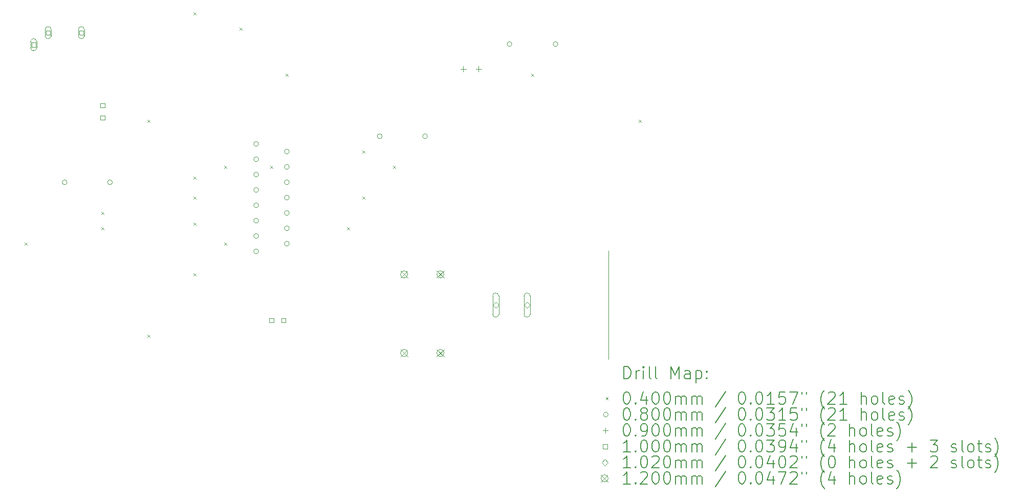
<source format=gbr>
%TF.GenerationSoftware,KiCad,Pcbnew,7.0.10*%
%TF.CreationDate,2024-05-14T18:08:38+03:00*%
%TF.ProjectId,Altamplifier,416c7461-6d70-46c6-9966-6965722e6b69,rev?*%
%TF.SameCoordinates,Original*%
%TF.FileFunction,Drillmap*%
%TF.FilePolarity,Positive*%
%FSLAX45Y45*%
G04 Gerber Fmt 4.5, Leading zero omitted, Abs format (unit mm)*
G04 Created by KiCad (PCBNEW 7.0.10) date 2024-05-14 18:08:38*
%MOMM*%
%LPD*%
G01*
G04 APERTURE LIST*
%ADD10C,0.120000*%
%ADD11C,0.200000*%
%ADD12C,0.100000*%
%ADD13C,0.102000*%
G04 APERTURE END LIST*
D10*
X17260000Y-8774000D02*
X17260000Y-6974000D01*
D11*
D12*
X7600000Y-6838000D02*
X7640000Y-6878000D01*
X7640000Y-6838000D02*
X7600000Y-6878000D01*
X8870000Y-6330000D02*
X8910000Y-6370000D01*
X8910000Y-6330000D02*
X8870000Y-6370000D01*
X8870000Y-6584000D02*
X8910000Y-6624000D01*
X8910000Y-6584000D02*
X8870000Y-6624000D01*
X9632000Y-4806000D02*
X9672000Y-4846000D01*
X9672000Y-4806000D02*
X9632000Y-4846000D01*
X9632000Y-8362000D02*
X9672000Y-8402000D01*
X9672000Y-8362000D02*
X9632000Y-8402000D01*
X10394000Y-3028000D02*
X10434000Y-3068000D01*
X10434000Y-3028000D02*
X10394000Y-3068000D01*
X10394000Y-5749500D02*
X10434000Y-5789500D01*
X10434000Y-5749500D02*
X10394000Y-5789500D01*
X10394000Y-6076000D02*
X10434000Y-6116000D01*
X10434000Y-6076000D02*
X10394000Y-6116000D01*
X10394000Y-6511500D02*
X10434000Y-6551500D01*
X10434000Y-6511500D02*
X10394000Y-6551500D01*
X10394000Y-7346000D02*
X10434000Y-7386000D01*
X10434000Y-7346000D02*
X10394000Y-7386000D01*
X10902000Y-5568000D02*
X10942000Y-5608000D01*
X10942000Y-5568000D02*
X10902000Y-5608000D01*
X10902000Y-6838000D02*
X10942000Y-6878000D01*
X10942000Y-6838000D02*
X10902000Y-6878000D01*
X11156000Y-3282000D02*
X11196000Y-3322000D01*
X11196000Y-3282000D02*
X11156000Y-3322000D01*
X11664000Y-5568000D02*
X11704000Y-5608000D01*
X11704000Y-5568000D02*
X11664000Y-5608000D01*
X11918000Y-4044000D02*
X11958000Y-4084000D01*
X11958000Y-4044000D02*
X11918000Y-4084000D01*
X12934000Y-6584000D02*
X12974000Y-6624000D01*
X12974000Y-6584000D02*
X12934000Y-6624000D01*
X13188000Y-5314000D02*
X13228000Y-5354000D01*
X13228000Y-5314000D02*
X13188000Y-5354000D01*
X13188000Y-6076000D02*
X13228000Y-6116000D01*
X13228000Y-6076000D02*
X13188000Y-6116000D01*
X13696000Y-5568000D02*
X13736000Y-5608000D01*
X13736000Y-5568000D02*
X13696000Y-5608000D01*
X15982000Y-4044000D02*
X16022000Y-4084000D01*
X16022000Y-4044000D02*
X15982000Y-4084000D01*
X17760000Y-4806000D02*
X17800000Y-4846000D01*
X17800000Y-4806000D02*
X17760000Y-4846000D01*
X8301000Y-5842000D02*
G75*
G03*
X8221000Y-5842000I-40000J0D01*
G01*
X8221000Y-5842000D02*
G75*
G03*
X8301000Y-5842000I40000J0D01*
G01*
X9051000Y-5842000D02*
G75*
G03*
X8971000Y-5842000I-40000J0D01*
G01*
X8971000Y-5842000D02*
G75*
G03*
X9051000Y-5842000I40000J0D01*
G01*
X11470000Y-5207000D02*
G75*
G03*
X11390000Y-5207000I-40000J0D01*
G01*
X11390000Y-5207000D02*
G75*
G03*
X11470000Y-5207000I40000J0D01*
G01*
X11470000Y-5461000D02*
G75*
G03*
X11390000Y-5461000I-40000J0D01*
G01*
X11390000Y-5461000D02*
G75*
G03*
X11470000Y-5461000I40000J0D01*
G01*
X11470000Y-5715000D02*
G75*
G03*
X11390000Y-5715000I-40000J0D01*
G01*
X11390000Y-5715000D02*
G75*
G03*
X11470000Y-5715000I40000J0D01*
G01*
X11470000Y-5969000D02*
G75*
G03*
X11390000Y-5969000I-40000J0D01*
G01*
X11390000Y-5969000D02*
G75*
G03*
X11470000Y-5969000I40000J0D01*
G01*
X11470000Y-6223000D02*
G75*
G03*
X11390000Y-6223000I-40000J0D01*
G01*
X11390000Y-6223000D02*
G75*
G03*
X11470000Y-6223000I40000J0D01*
G01*
X11470000Y-6477000D02*
G75*
G03*
X11390000Y-6477000I-40000J0D01*
G01*
X11390000Y-6477000D02*
G75*
G03*
X11470000Y-6477000I40000J0D01*
G01*
X11470000Y-6731000D02*
G75*
G03*
X11390000Y-6731000I-40000J0D01*
G01*
X11390000Y-6731000D02*
G75*
G03*
X11470000Y-6731000I40000J0D01*
G01*
X11470000Y-6985000D02*
G75*
G03*
X11390000Y-6985000I-40000J0D01*
G01*
X11390000Y-6985000D02*
G75*
G03*
X11470000Y-6985000I40000J0D01*
G01*
X11978000Y-5334000D02*
G75*
G03*
X11898000Y-5334000I-40000J0D01*
G01*
X11898000Y-5334000D02*
G75*
G03*
X11978000Y-5334000I40000J0D01*
G01*
X11978000Y-5588000D02*
G75*
G03*
X11898000Y-5588000I-40000J0D01*
G01*
X11898000Y-5588000D02*
G75*
G03*
X11978000Y-5588000I40000J0D01*
G01*
X11978000Y-5842000D02*
G75*
G03*
X11898000Y-5842000I-40000J0D01*
G01*
X11898000Y-5842000D02*
G75*
G03*
X11978000Y-5842000I40000J0D01*
G01*
X11978000Y-6096000D02*
G75*
G03*
X11898000Y-6096000I-40000J0D01*
G01*
X11898000Y-6096000D02*
G75*
G03*
X11978000Y-6096000I40000J0D01*
G01*
X11978000Y-6350000D02*
G75*
G03*
X11898000Y-6350000I-40000J0D01*
G01*
X11898000Y-6350000D02*
G75*
G03*
X11978000Y-6350000I40000J0D01*
G01*
X11978000Y-6604000D02*
G75*
G03*
X11898000Y-6604000I-40000J0D01*
G01*
X11898000Y-6604000D02*
G75*
G03*
X11978000Y-6604000I40000J0D01*
G01*
X11978000Y-6858000D02*
G75*
G03*
X11898000Y-6858000I-40000J0D01*
G01*
X11898000Y-6858000D02*
G75*
G03*
X11978000Y-6858000I40000J0D01*
G01*
X13514000Y-5080000D02*
G75*
G03*
X13434000Y-5080000I-40000J0D01*
G01*
X13434000Y-5080000D02*
G75*
G03*
X13514000Y-5080000I40000J0D01*
G01*
X14264000Y-5080000D02*
G75*
G03*
X14184000Y-5080000I-40000J0D01*
G01*
X14184000Y-5080000D02*
G75*
G03*
X14264000Y-5080000I40000J0D01*
G01*
X15661000Y-3556000D02*
G75*
G03*
X15581000Y-3556000I-40000J0D01*
G01*
X15581000Y-3556000D02*
G75*
G03*
X15661000Y-3556000I40000J0D01*
G01*
X16423000Y-3556000D02*
G75*
G03*
X16343000Y-3556000I-40000J0D01*
G01*
X16343000Y-3556000D02*
G75*
G03*
X16423000Y-3556000I40000J0D01*
G01*
X14857000Y-3921000D02*
X14857000Y-4011000D01*
X14812000Y-3966000D02*
X14902000Y-3966000D01*
X15111000Y-3921000D02*
X15111000Y-4011000D01*
X15066000Y-3966000D02*
X15156000Y-3966000D01*
X7783356Y-3601356D02*
X7783356Y-3530644D01*
X7712644Y-3530644D01*
X7712644Y-3601356D01*
X7783356Y-3601356D01*
X7798000Y-3616000D02*
X7798000Y-3516000D01*
X7798000Y-3516000D02*
G75*
G03*
X7698000Y-3516000I-50000J0D01*
G01*
X7698000Y-3516000D02*
X7698000Y-3616000D01*
X7698000Y-3616000D02*
G75*
G03*
X7798000Y-3616000I50000J0D01*
G01*
X8023356Y-3401356D02*
X8023356Y-3330644D01*
X7952644Y-3330644D01*
X7952644Y-3401356D01*
X8023356Y-3401356D01*
X8038000Y-3416000D02*
X8038000Y-3316000D01*
X8038000Y-3316000D02*
G75*
G03*
X7938000Y-3316000I-50000J0D01*
G01*
X7938000Y-3316000D02*
X7938000Y-3416000D01*
X7938000Y-3416000D02*
G75*
G03*
X8038000Y-3416000I50000J0D01*
G01*
X8573356Y-3401356D02*
X8573356Y-3330644D01*
X8502644Y-3330644D01*
X8502644Y-3401356D01*
X8573356Y-3401356D01*
X8588000Y-3416000D02*
X8588000Y-3316000D01*
X8588000Y-3316000D02*
G75*
G03*
X8488000Y-3316000I-50000J0D01*
G01*
X8488000Y-3316000D02*
X8488000Y-3416000D01*
X8488000Y-3416000D02*
G75*
G03*
X8588000Y-3416000I50000J0D01*
G01*
X8925356Y-4607356D02*
X8925356Y-4536644D01*
X8854644Y-4536644D01*
X8854644Y-4607356D01*
X8925356Y-4607356D01*
X8925356Y-4807356D02*
X8925356Y-4736644D01*
X8854644Y-4736644D01*
X8854644Y-4807356D01*
X8925356Y-4807356D01*
X11719356Y-8163356D02*
X11719356Y-8092644D01*
X11648644Y-8092644D01*
X11648644Y-8163356D01*
X11719356Y-8163356D01*
X11919356Y-8163356D02*
X11919356Y-8092644D01*
X11848644Y-8092644D01*
X11848644Y-8163356D01*
X11919356Y-8163356D01*
D13*
X15393000Y-7925000D02*
X15444000Y-7874000D01*
X15393000Y-7823000D01*
X15342000Y-7874000D01*
X15393000Y-7925000D01*
D12*
X15444000Y-8024000D02*
X15444000Y-7724000D01*
X15444000Y-7724000D02*
G75*
G03*
X15342000Y-7724000I-51000J0D01*
G01*
X15342000Y-7724000D02*
X15342000Y-8024000D01*
X15342000Y-8024000D02*
G75*
G03*
X15444000Y-8024000I51000J0D01*
G01*
D13*
X15911000Y-7925000D02*
X15962000Y-7874000D01*
X15911000Y-7823000D01*
X15860000Y-7874000D01*
X15911000Y-7925000D01*
D12*
X15962000Y-8024000D02*
X15962000Y-7724000D01*
X15962000Y-7724000D02*
G75*
G03*
X15860000Y-7724000I-51000J0D01*
G01*
X15860000Y-7724000D02*
X15860000Y-8024000D01*
X15860000Y-8024000D02*
G75*
G03*
X15962000Y-8024000I51000J0D01*
G01*
D10*
X13818000Y-7306000D02*
X13938000Y-7426000D01*
X13938000Y-7306000D02*
X13818000Y-7426000D01*
X13938000Y-7366000D02*
G75*
G03*
X13818000Y-7366000I-60000J0D01*
G01*
X13818000Y-7366000D02*
G75*
G03*
X13938000Y-7366000I60000J0D01*
G01*
X13818000Y-8606000D02*
X13938000Y-8726000D01*
X13938000Y-8606000D02*
X13818000Y-8726000D01*
X13938000Y-8666000D02*
G75*
G03*
X13818000Y-8666000I-60000J0D01*
G01*
X13818000Y-8666000D02*
G75*
G03*
X13938000Y-8666000I60000J0D01*
G01*
X14418000Y-7306000D02*
X14538000Y-7426000D01*
X14538000Y-7306000D02*
X14418000Y-7426000D01*
X14538000Y-7366000D02*
G75*
G03*
X14418000Y-7366000I-60000J0D01*
G01*
X14418000Y-7366000D02*
G75*
G03*
X14538000Y-7366000I60000J0D01*
G01*
X14418000Y-8606000D02*
X14538000Y-8726000D01*
X14538000Y-8606000D02*
X14418000Y-8726000D01*
X14538000Y-8666000D02*
G75*
G03*
X14418000Y-8666000I-60000J0D01*
G01*
X14418000Y-8666000D02*
G75*
G03*
X14538000Y-8666000I60000J0D01*
G01*
D11*
X17514777Y-9091484D02*
X17514777Y-8891484D01*
X17514777Y-8891484D02*
X17562396Y-8891484D01*
X17562396Y-8891484D02*
X17590967Y-8901008D01*
X17590967Y-8901008D02*
X17610015Y-8920055D01*
X17610015Y-8920055D02*
X17619539Y-8939103D01*
X17619539Y-8939103D02*
X17629063Y-8977198D01*
X17629063Y-8977198D02*
X17629063Y-9005770D01*
X17629063Y-9005770D02*
X17619539Y-9043865D01*
X17619539Y-9043865D02*
X17610015Y-9062912D01*
X17610015Y-9062912D02*
X17590967Y-9081960D01*
X17590967Y-9081960D02*
X17562396Y-9091484D01*
X17562396Y-9091484D02*
X17514777Y-9091484D01*
X17714777Y-9091484D02*
X17714777Y-8958150D01*
X17714777Y-8996246D02*
X17724301Y-8977198D01*
X17724301Y-8977198D02*
X17733824Y-8967674D01*
X17733824Y-8967674D02*
X17752872Y-8958150D01*
X17752872Y-8958150D02*
X17771920Y-8958150D01*
X17838586Y-9091484D02*
X17838586Y-8958150D01*
X17838586Y-8891484D02*
X17829063Y-8901008D01*
X17829063Y-8901008D02*
X17838586Y-8910531D01*
X17838586Y-8910531D02*
X17848110Y-8901008D01*
X17848110Y-8901008D02*
X17838586Y-8891484D01*
X17838586Y-8891484D02*
X17838586Y-8910531D01*
X17962396Y-9091484D02*
X17943348Y-9081960D01*
X17943348Y-9081960D02*
X17933824Y-9062912D01*
X17933824Y-9062912D02*
X17933824Y-8891484D01*
X18067158Y-9091484D02*
X18048110Y-9081960D01*
X18048110Y-9081960D02*
X18038586Y-9062912D01*
X18038586Y-9062912D02*
X18038586Y-8891484D01*
X18295729Y-9091484D02*
X18295729Y-8891484D01*
X18295729Y-8891484D02*
X18362396Y-9034341D01*
X18362396Y-9034341D02*
X18429063Y-8891484D01*
X18429063Y-8891484D02*
X18429063Y-9091484D01*
X18610015Y-9091484D02*
X18610015Y-8986722D01*
X18610015Y-8986722D02*
X18600491Y-8967674D01*
X18600491Y-8967674D02*
X18581444Y-8958150D01*
X18581444Y-8958150D02*
X18543348Y-8958150D01*
X18543348Y-8958150D02*
X18524301Y-8967674D01*
X18610015Y-9081960D02*
X18590967Y-9091484D01*
X18590967Y-9091484D02*
X18543348Y-9091484D01*
X18543348Y-9091484D02*
X18524301Y-9081960D01*
X18524301Y-9081960D02*
X18514777Y-9062912D01*
X18514777Y-9062912D02*
X18514777Y-9043865D01*
X18514777Y-9043865D02*
X18524301Y-9024817D01*
X18524301Y-9024817D02*
X18543348Y-9015293D01*
X18543348Y-9015293D02*
X18590967Y-9015293D01*
X18590967Y-9015293D02*
X18610015Y-9005770D01*
X18705253Y-8958150D02*
X18705253Y-9158150D01*
X18705253Y-8967674D02*
X18724301Y-8958150D01*
X18724301Y-8958150D02*
X18762396Y-8958150D01*
X18762396Y-8958150D02*
X18781444Y-8967674D01*
X18781444Y-8967674D02*
X18790967Y-8977198D01*
X18790967Y-8977198D02*
X18800491Y-8996246D01*
X18800491Y-8996246D02*
X18800491Y-9053389D01*
X18800491Y-9053389D02*
X18790967Y-9072436D01*
X18790967Y-9072436D02*
X18781444Y-9081960D01*
X18781444Y-9081960D02*
X18762396Y-9091484D01*
X18762396Y-9091484D02*
X18724301Y-9091484D01*
X18724301Y-9091484D02*
X18705253Y-9081960D01*
X18886205Y-9072436D02*
X18895729Y-9081960D01*
X18895729Y-9081960D02*
X18886205Y-9091484D01*
X18886205Y-9091484D02*
X18876682Y-9081960D01*
X18876682Y-9081960D02*
X18886205Y-9072436D01*
X18886205Y-9072436D02*
X18886205Y-9091484D01*
X18886205Y-8967674D02*
X18895729Y-8977198D01*
X18895729Y-8977198D02*
X18886205Y-8986722D01*
X18886205Y-8986722D02*
X18876682Y-8977198D01*
X18876682Y-8977198D02*
X18886205Y-8967674D01*
X18886205Y-8967674D02*
X18886205Y-8986722D01*
D12*
X17214000Y-9400000D02*
X17254000Y-9440000D01*
X17254000Y-9400000D02*
X17214000Y-9440000D01*
D11*
X17552872Y-9311484D02*
X17571920Y-9311484D01*
X17571920Y-9311484D02*
X17590967Y-9321008D01*
X17590967Y-9321008D02*
X17600491Y-9330531D01*
X17600491Y-9330531D02*
X17610015Y-9349579D01*
X17610015Y-9349579D02*
X17619539Y-9387674D01*
X17619539Y-9387674D02*
X17619539Y-9435293D01*
X17619539Y-9435293D02*
X17610015Y-9473389D01*
X17610015Y-9473389D02*
X17600491Y-9492436D01*
X17600491Y-9492436D02*
X17590967Y-9501960D01*
X17590967Y-9501960D02*
X17571920Y-9511484D01*
X17571920Y-9511484D02*
X17552872Y-9511484D01*
X17552872Y-9511484D02*
X17533824Y-9501960D01*
X17533824Y-9501960D02*
X17524301Y-9492436D01*
X17524301Y-9492436D02*
X17514777Y-9473389D01*
X17514777Y-9473389D02*
X17505253Y-9435293D01*
X17505253Y-9435293D02*
X17505253Y-9387674D01*
X17505253Y-9387674D02*
X17514777Y-9349579D01*
X17514777Y-9349579D02*
X17524301Y-9330531D01*
X17524301Y-9330531D02*
X17533824Y-9321008D01*
X17533824Y-9321008D02*
X17552872Y-9311484D01*
X17705253Y-9492436D02*
X17714777Y-9501960D01*
X17714777Y-9501960D02*
X17705253Y-9511484D01*
X17705253Y-9511484D02*
X17695729Y-9501960D01*
X17695729Y-9501960D02*
X17705253Y-9492436D01*
X17705253Y-9492436D02*
X17705253Y-9511484D01*
X17886205Y-9378150D02*
X17886205Y-9511484D01*
X17838586Y-9301960D02*
X17790967Y-9444817D01*
X17790967Y-9444817D02*
X17914777Y-9444817D01*
X18029063Y-9311484D02*
X18048110Y-9311484D01*
X18048110Y-9311484D02*
X18067158Y-9321008D01*
X18067158Y-9321008D02*
X18076682Y-9330531D01*
X18076682Y-9330531D02*
X18086205Y-9349579D01*
X18086205Y-9349579D02*
X18095729Y-9387674D01*
X18095729Y-9387674D02*
X18095729Y-9435293D01*
X18095729Y-9435293D02*
X18086205Y-9473389D01*
X18086205Y-9473389D02*
X18076682Y-9492436D01*
X18076682Y-9492436D02*
X18067158Y-9501960D01*
X18067158Y-9501960D02*
X18048110Y-9511484D01*
X18048110Y-9511484D02*
X18029063Y-9511484D01*
X18029063Y-9511484D02*
X18010015Y-9501960D01*
X18010015Y-9501960D02*
X18000491Y-9492436D01*
X18000491Y-9492436D02*
X17990967Y-9473389D01*
X17990967Y-9473389D02*
X17981444Y-9435293D01*
X17981444Y-9435293D02*
X17981444Y-9387674D01*
X17981444Y-9387674D02*
X17990967Y-9349579D01*
X17990967Y-9349579D02*
X18000491Y-9330531D01*
X18000491Y-9330531D02*
X18010015Y-9321008D01*
X18010015Y-9321008D02*
X18029063Y-9311484D01*
X18219539Y-9311484D02*
X18238586Y-9311484D01*
X18238586Y-9311484D02*
X18257634Y-9321008D01*
X18257634Y-9321008D02*
X18267158Y-9330531D01*
X18267158Y-9330531D02*
X18276682Y-9349579D01*
X18276682Y-9349579D02*
X18286205Y-9387674D01*
X18286205Y-9387674D02*
X18286205Y-9435293D01*
X18286205Y-9435293D02*
X18276682Y-9473389D01*
X18276682Y-9473389D02*
X18267158Y-9492436D01*
X18267158Y-9492436D02*
X18257634Y-9501960D01*
X18257634Y-9501960D02*
X18238586Y-9511484D01*
X18238586Y-9511484D02*
X18219539Y-9511484D01*
X18219539Y-9511484D02*
X18200491Y-9501960D01*
X18200491Y-9501960D02*
X18190967Y-9492436D01*
X18190967Y-9492436D02*
X18181444Y-9473389D01*
X18181444Y-9473389D02*
X18171920Y-9435293D01*
X18171920Y-9435293D02*
X18171920Y-9387674D01*
X18171920Y-9387674D02*
X18181444Y-9349579D01*
X18181444Y-9349579D02*
X18190967Y-9330531D01*
X18190967Y-9330531D02*
X18200491Y-9321008D01*
X18200491Y-9321008D02*
X18219539Y-9311484D01*
X18371920Y-9511484D02*
X18371920Y-9378150D01*
X18371920Y-9397198D02*
X18381444Y-9387674D01*
X18381444Y-9387674D02*
X18400491Y-9378150D01*
X18400491Y-9378150D02*
X18429063Y-9378150D01*
X18429063Y-9378150D02*
X18448110Y-9387674D01*
X18448110Y-9387674D02*
X18457634Y-9406722D01*
X18457634Y-9406722D02*
X18457634Y-9511484D01*
X18457634Y-9406722D02*
X18467158Y-9387674D01*
X18467158Y-9387674D02*
X18486205Y-9378150D01*
X18486205Y-9378150D02*
X18514777Y-9378150D01*
X18514777Y-9378150D02*
X18533825Y-9387674D01*
X18533825Y-9387674D02*
X18543348Y-9406722D01*
X18543348Y-9406722D02*
X18543348Y-9511484D01*
X18638586Y-9511484D02*
X18638586Y-9378150D01*
X18638586Y-9397198D02*
X18648110Y-9387674D01*
X18648110Y-9387674D02*
X18667158Y-9378150D01*
X18667158Y-9378150D02*
X18695729Y-9378150D01*
X18695729Y-9378150D02*
X18714777Y-9387674D01*
X18714777Y-9387674D02*
X18724301Y-9406722D01*
X18724301Y-9406722D02*
X18724301Y-9511484D01*
X18724301Y-9406722D02*
X18733825Y-9387674D01*
X18733825Y-9387674D02*
X18752872Y-9378150D01*
X18752872Y-9378150D02*
X18781444Y-9378150D01*
X18781444Y-9378150D02*
X18800491Y-9387674D01*
X18800491Y-9387674D02*
X18810015Y-9406722D01*
X18810015Y-9406722D02*
X18810015Y-9511484D01*
X19200491Y-9301960D02*
X19029063Y-9559103D01*
X19457634Y-9311484D02*
X19476682Y-9311484D01*
X19476682Y-9311484D02*
X19495729Y-9321008D01*
X19495729Y-9321008D02*
X19505253Y-9330531D01*
X19505253Y-9330531D02*
X19514777Y-9349579D01*
X19514777Y-9349579D02*
X19524301Y-9387674D01*
X19524301Y-9387674D02*
X19524301Y-9435293D01*
X19524301Y-9435293D02*
X19514777Y-9473389D01*
X19514777Y-9473389D02*
X19505253Y-9492436D01*
X19505253Y-9492436D02*
X19495729Y-9501960D01*
X19495729Y-9501960D02*
X19476682Y-9511484D01*
X19476682Y-9511484D02*
X19457634Y-9511484D01*
X19457634Y-9511484D02*
X19438587Y-9501960D01*
X19438587Y-9501960D02*
X19429063Y-9492436D01*
X19429063Y-9492436D02*
X19419539Y-9473389D01*
X19419539Y-9473389D02*
X19410015Y-9435293D01*
X19410015Y-9435293D02*
X19410015Y-9387674D01*
X19410015Y-9387674D02*
X19419539Y-9349579D01*
X19419539Y-9349579D02*
X19429063Y-9330531D01*
X19429063Y-9330531D02*
X19438587Y-9321008D01*
X19438587Y-9321008D02*
X19457634Y-9311484D01*
X19610015Y-9492436D02*
X19619539Y-9501960D01*
X19619539Y-9501960D02*
X19610015Y-9511484D01*
X19610015Y-9511484D02*
X19600491Y-9501960D01*
X19600491Y-9501960D02*
X19610015Y-9492436D01*
X19610015Y-9492436D02*
X19610015Y-9511484D01*
X19743348Y-9311484D02*
X19762396Y-9311484D01*
X19762396Y-9311484D02*
X19781444Y-9321008D01*
X19781444Y-9321008D02*
X19790968Y-9330531D01*
X19790968Y-9330531D02*
X19800491Y-9349579D01*
X19800491Y-9349579D02*
X19810015Y-9387674D01*
X19810015Y-9387674D02*
X19810015Y-9435293D01*
X19810015Y-9435293D02*
X19800491Y-9473389D01*
X19800491Y-9473389D02*
X19790968Y-9492436D01*
X19790968Y-9492436D02*
X19781444Y-9501960D01*
X19781444Y-9501960D02*
X19762396Y-9511484D01*
X19762396Y-9511484D02*
X19743348Y-9511484D01*
X19743348Y-9511484D02*
X19724301Y-9501960D01*
X19724301Y-9501960D02*
X19714777Y-9492436D01*
X19714777Y-9492436D02*
X19705253Y-9473389D01*
X19705253Y-9473389D02*
X19695729Y-9435293D01*
X19695729Y-9435293D02*
X19695729Y-9387674D01*
X19695729Y-9387674D02*
X19705253Y-9349579D01*
X19705253Y-9349579D02*
X19714777Y-9330531D01*
X19714777Y-9330531D02*
X19724301Y-9321008D01*
X19724301Y-9321008D02*
X19743348Y-9311484D01*
X20000491Y-9511484D02*
X19886206Y-9511484D01*
X19943348Y-9511484D02*
X19943348Y-9311484D01*
X19943348Y-9311484D02*
X19924301Y-9340055D01*
X19924301Y-9340055D02*
X19905253Y-9359103D01*
X19905253Y-9359103D02*
X19886206Y-9368627D01*
X20181444Y-9311484D02*
X20086206Y-9311484D01*
X20086206Y-9311484D02*
X20076682Y-9406722D01*
X20076682Y-9406722D02*
X20086206Y-9397198D01*
X20086206Y-9397198D02*
X20105253Y-9387674D01*
X20105253Y-9387674D02*
X20152872Y-9387674D01*
X20152872Y-9387674D02*
X20171920Y-9397198D01*
X20171920Y-9397198D02*
X20181444Y-9406722D01*
X20181444Y-9406722D02*
X20190968Y-9425770D01*
X20190968Y-9425770D02*
X20190968Y-9473389D01*
X20190968Y-9473389D02*
X20181444Y-9492436D01*
X20181444Y-9492436D02*
X20171920Y-9501960D01*
X20171920Y-9501960D02*
X20152872Y-9511484D01*
X20152872Y-9511484D02*
X20105253Y-9511484D01*
X20105253Y-9511484D02*
X20086206Y-9501960D01*
X20086206Y-9501960D02*
X20076682Y-9492436D01*
X20257634Y-9311484D02*
X20390968Y-9311484D01*
X20390968Y-9311484D02*
X20305253Y-9511484D01*
X20457634Y-9311484D02*
X20457634Y-9349579D01*
X20533825Y-9311484D02*
X20533825Y-9349579D01*
X20829063Y-9587674D02*
X20819539Y-9578150D01*
X20819539Y-9578150D02*
X20800491Y-9549579D01*
X20800491Y-9549579D02*
X20790968Y-9530531D01*
X20790968Y-9530531D02*
X20781444Y-9501960D01*
X20781444Y-9501960D02*
X20771920Y-9454341D01*
X20771920Y-9454341D02*
X20771920Y-9416246D01*
X20771920Y-9416246D02*
X20781444Y-9368627D01*
X20781444Y-9368627D02*
X20790968Y-9340055D01*
X20790968Y-9340055D02*
X20800491Y-9321008D01*
X20800491Y-9321008D02*
X20819539Y-9292436D01*
X20819539Y-9292436D02*
X20829063Y-9282912D01*
X20895730Y-9330531D02*
X20905253Y-9321008D01*
X20905253Y-9321008D02*
X20924301Y-9311484D01*
X20924301Y-9311484D02*
X20971920Y-9311484D01*
X20971920Y-9311484D02*
X20990968Y-9321008D01*
X20990968Y-9321008D02*
X21000491Y-9330531D01*
X21000491Y-9330531D02*
X21010015Y-9349579D01*
X21010015Y-9349579D02*
X21010015Y-9368627D01*
X21010015Y-9368627D02*
X21000491Y-9397198D01*
X21000491Y-9397198D02*
X20886206Y-9511484D01*
X20886206Y-9511484D02*
X21010015Y-9511484D01*
X21200491Y-9511484D02*
X21086206Y-9511484D01*
X21143349Y-9511484D02*
X21143349Y-9311484D01*
X21143349Y-9311484D02*
X21124301Y-9340055D01*
X21124301Y-9340055D02*
X21105253Y-9359103D01*
X21105253Y-9359103D02*
X21086206Y-9368627D01*
X21438587Y-9511484D02*
X21438587Y-9311484D01*
X21524301Y-9511484D02*
X21524301Y-9406722D01*
X21524301Y-9406722D02*
X21514777Y-9387674D01*
X21514777Y-9387674D02*
X21495730Y-9378150D01*
X21495730Y-9378150D02*
X21467158Y-9378150D01*
X21467158Y-9378150D02*
X21448111Y-9387674D01*
X21448111Y-9387674D02*
X21438587Y-9397198D01*
X21648111Y-9511484D02*
X21629063Y-9501960D01*
X21629063Y-9501960D02*
X21619539Y-9492436D01*
X21619539Y-9492436D02*
X21610015Y-9473389D01*
X21610015Y-9473389D02*
X21610015Y-9416246D01*
X21610015Y-9416246D02*
X21619539Y-9397198D01*
X21619539Y-9397198D02*
X21629063Y-9387674D01*
X21629063Y-9387674D02*
X21648111Y-9378150D01*
X21648111Y-9378150D02*
X21676682Y-9378150D01*
X21676682Y-9378150D02*
X21695730Y-9387674D01*
X21695730Y-9387674D02*
X21705253Y-9397198D01*
X21705253Y-9397198D02*
X21714777Y-9416246D01*
X21714777Y-9416246D02*
X21714777Y-9473389D01*
X21714777Y-9473389D02*
X21705253Y-9492436D01*
X21705253Y-9492436D02*
X21695730Y-9501960D01*
X21695730Y-9501960D02*
X21676682Y-9511484D01*
X21676682Y-9511484D02*
X21648111Y-9511484D01*
X21829063Y-9511484D02*
X21810015Y-9501960D01*
X21810015Y-9501960D02*
X21800492Y-9482912D01*
X21800492Y-9482912D02*
X21800492Y-9311484D01*
X21981444Y-9501960D02*
X21962396Y-9511484D01*
X21962396Y-9511484D02*
X21924301Y-9511484D01*
X21924301Y-9511484D02*
X21905253Y-9501960D01*
X21905253Y-9501960D02*
X21895730Y-9482912D01*
X21895730Y-9482912D02*
X21895730Y-9406722D01*
X21895730Y-9406722D02*
X21905253Y-9387674D01*
X21905253Y-9387674D02*
X21924301Y-9378150D01*
X21924301Y-9378150D02*
X21962396Y-9378150D01*
X21962396Y-9378150D02*
X21981444Y-9387674D01*
X21981444Y-9387674D02*
X21990968Y-9406722D01*
X21990968Y-9406722D02*
X21990968Y-9425770D01*
X21990968Y-9425770D02*
X21895730Y-9444817D01*
X22067158Y-9501960D02*
X22086206Y-9511484D01*
X22086206Y-9511484D02*
X22124301Y-9511484D01*
X22124301Y-9511484D02*
X22143349Y-9501960D01*
X22143349Y-9501960D02*
X22152873Y-9482912D01*
X22152873Y-9482912D02*
X22152873Y-9473389D01*
X22152873Y-9473389D02*
X22143349Y-9454341D01*
X22143349Y-9454341D02*
X22124301Y-9444817D01*
X22124301Y-9444817D02*
X22095730Y-9444817D01*
X22095730Y-9444817D02*
X22076682Y-9435293D01*
X22076682Y-9435293D02*
X22067158Y-9416246D01*
X22067158Y-9416246D02*
X22067158Y-9406722D01*
X22067158Y-9406722D02*
X22076682Y-9387674D01*
X22076682Y-9387674D02*
X22095730Y-9378150D01*
X22095730Y-9378150D02*
X22124301Y-9378150D01*
X22124301Y-9378150D02*
X22143349Y-9387674D01*
X22219539Y-9587674D02*
X22229063Y-9578150D01*
X22229063Y-9578150D02*
X22248111Y-9549579D01*
X22248111Y-9549579D02*
X22257634Y-9530531D01*
X22257634Y-9530531D02*
X22267158Y-9501960D01*
X22267158Y-9501960D02*
X22276682Y-9454341D01*
X22276682Y-9454341D02*
X22276682Y-9416246D01*
X22276682Y-9416246D02*
X22267158Y-9368627D01*
X22267158Y-9368627D02*
X22257634Y-9340055D01*
X22257634Y-9340055D02*
X22248111Y-9321008D01*
X22248111Y-9321008D02*
X22229063Y-9292436D01*
X22229063Y-9292436D02*
X22219539Y-9282912D01*
D12*
X17254000Y-9684000D02*
G75*
G03*
X17174000Y-9684000I-40000J0D01*
G01*
X17174000Y-9684000D02*
G75*
G03*
X17254000Y-9684000I40000J0D01*
G01*
D11*
X17552872Y-9575484D02*
X17571920Y-9575484D01*
X17571920Y-9575484D02*
X17590967Y-9585008D01*
X17590967Y-9585008D02*
X17600491Y-9594531D01*
X17600491Y-9594531D02*
X17610015Y-9613579D01*
X17610015Y-9613579D02*
X17619539Y-9651674D01*
X17619539Y-9651674D02*
X17619539Y-9699293D01*
X17619539Y-9699293D02*
X17610015Y-9737389D01*
X17610015Y-9737389D02*
X17600491Y-9756436D01*
X17600491Y-9756436D02*
X17590967Y-9765960D01*
X17590967Y-9765960D02*
X17571920Y-9775484D01*
X17571920Y-9775484D02*
X17552872Y-9775484D01*
X17552872Y-9775484D02*
X17533824Y-9765960D01*
X17533824Y-9765960D02*
X17524301Y-9756436D01*
X17524301Y-9756436D02*
X17514777Y-9737389D01*
X17514777Y-9737389D02*
X17505253Y-9699293D01*
X17505253Y-9699293D02*
X17505253Y-9651674D01*
X17505253Y-9651674D02*
X17514777Y-9613579D01*
X17514777Y-9613579D02*
X17524301Y-9594531D01*
X17524301Y-9594531D02*
X17533824Y-9585008D01*
X17533824Y-9585008D02*
X17552872Y-9575484D01*
X17705253Y-9756436D02*
X17714777Y-9765960D01*
X17714777Y-9765960D02*
X17705253Y-9775484D01*
X17705253Y-9775484D02*
X17695729Y-9765960D01*
X17695729Y-9765960D02*
X17705253Y-9756436D01*
X17705253Y-9756436D02*
X17705253Y-9775484D01*
X17829063Y-9661198D02*
X17810015Y-9651674D01*
X17810015Y-9651674D02*
X17800491Y-9642150D01*
X17800491Y-9642150D02*
X17790967Y-9623103D01*
X17790967Y-9623103D02*
X17790967Y-9613579D01*
X17790967Y-9613579D02*
X17800491Y-9594531D01*
X17800491Y-9594531D02*
X17810015Y-9585008D01*
X17810015Y-9585008D02*
X17829063Y-9575484D01*
X17829063Y-9575484D02*
X17867158Y-9575484D01*
X17867158Y-9575484D02*
X17886205Y-9585008D01*
X17886205Y-9585008D02*
X17895729Y-9594531D01*
X17895729Y-9594531D02*
X17905253Y-9613579D01*
X17905253Y-9613579D02*
X17905253Y-9623103D01*
X17905253Y-9623103D02*
X17895729Y-9642150D01*
X17895729Y-9642150D02*
X17886205Y-9651674D01*
X17886205Y-9651674D02*
X17867158Y-9661198D01*
X17867158Y-9661198D02*
X17829063Y-9661198D01*
X17829063Y-9661198D02*
X17810015Y-9670722D01*
X17810015Y-9670722D02*
X17800491Y-9680246D01*
X17800491Y-9680246D02*
X17790967Y-9699293D01*
X17790967Y-9699293D02*
X17790967Y-9737389D01*
X17790967Y-9737389D02*
X17800491Y-9756436D01*
X17800491Y-9756436D02*
X17810015Y-9765960D01*
X17810015Y-9765960D02*
X17829063Y-9775484D01*
X17829063Y-9775484D02*
X17867158Y-9775484D01*
X17867158Y-9775484D02*
X17886205Y-9765960D01*
X17886205Y-9765960D02*
X17895729Y-9756436D01*
X17895729Y-9756436D02*
X17905253Y-9737389D01*
X17905253Y-9737389D02*
X17905253Y-9699293D01*
X17905253Y-9699293D02*
X17895729Y-9680246D01*
X17895729Y-9680246D02*
X17886205Y-9670722D01*
X17886205Y-9670722D02*
X17867158Y-9661198D01*
X18029063Y-9575484D02*
X18048110Y-9575484D01*
X18048110Y-9575484D02*
X18067158Y-9585008D01*
X18067158Y-9585008D02*
X18076682Y-9594531D01*
X18076682Y-9594531D02*
X18086205Y-9613579D01*
X18086205Y-9613579D02*
X18095729Y-9651674D01*
X18095729Y-9651674D02*
X18095729Y-9699293D01*
X18095729Y-9699293D02*
X18086205Y-9737389D01*
X18086205Y-9737389D02*
X18076682Y-9756436D01*
X18076682Y-9756436D02*
X18067158Y-9765960D01*
X18067158Y-9765960D02*
X18048110Y-9775484D01*
X18048110Y-9775484D02*
X18029063Y-9775484D01*
X18029063Y-9775484D02*
X18010015Y-9765960D01*
X18010015Y-9765960D02*
X18000491Y-9756436D01*
X18000491Y-9756436D02*
X17990967Y-9737389D01*
X17990967Y-9737389D02*
X17981444Y-9699293D01*
X17981444Y-9699293D02*
X17981444Y-9651674D01*
X17981444Y-9651674D02*
X17990967Y-9613579D01*
X17990967Y-9613579D02*
X18000491Y-9594531D01*
X18000491Y-9594531D02*
X18010015Y-9585008D01*
X18010015Y-9585008D02*
X18029063Y-9575484D01*
X18219539Y-9575484D02*
X18238586Y-9575484D01*
X18238586Y-9575484D02*
X18257634Y-9585008D01*
X18257634Y-9585008D02*
X18267158Y-9594531D01*
X18267158Y-9594531D02*
X18276682Y-9613579D01*
X18276682Y-9613579D02*
X18286205Y-9651674D01*
X18286205Y-9651674D02*
X18286205Y-9699293D01*
X18286205Y-9699293D02*
X18276682Y-9737389D01*
X18276682Y-9737389D02*
X18267158Y-9756436D01*
X18267158Y-9756436D02*
X18257634Y-9765960D01*
X18257634Y-9765960D02*
X18238586Y-9775484D01*
X18238586Y-9775484D02*
X18219539Y-9775484D01*
X18219539Y-9775484D02*
X18200491Y-9765960D01*
X18200491Y-9765960D02*
X18190967Y-9756436D01*
X18190967Y-9756436D02*
X18181444Y-9737389D01*
X18181444Y-9737389D02*
X18171920Y-9699293D01*
X18171920Y-9699293D02*
X18171920Y-9651674D01*
X18171920Y-9651674D02*
X18181444Y-9613579D01*
X18181444Y-9613579D02*
X18190967Y-9594531D01*
X18190967Y-9594531D02*
X18200491Y-9585008D01*
X18200491Y-9585008D02*
X18219539Y-9575484D01*
X18371920Y-9775484D02*
X18371920Y-9642150D01*
X18371920Y-9661198D02*
X18381444Y-9651674D01*
X18381444Y-9651674D02*
X18400491Y-9642150D01*
X18400491Y-9642150D02*
X18429063Y-9642150D01*
X18429063Y-9642150D02*
X18448110Y-9651674D01*
X18448110Y-9651674D02*
X18457634Y-9670722D01*
X18457634Y-9670722D02*
X18457634Y-9775484D01*
X18457634Y-9670722D02*
X18467158Y-9651674D01*
X18467158Y-9651674D02*
X18486205Y-9642150D01*
X18486205Y-9642150D02*
X18514777Y-9642150D01*
X18514777Y-9642150D02*
X18533825Y-9651674D01*
X18533825Y-9651674D02*
X18543348Y-9670722D01*
X18543348Y-9670722D02*
X18543348Y-9775484D01*
X18638586Y-9775484D02*
X18638586Y-9642150D01*
X18638586Y-9661198D02*
X18648110Y-9651674D01*
X18648110Y-9651674D02*
X18667158Y-9642150D01*
X18667158Y-9642150D02*
X18695729Y-9642150D01*
X18695729Y-9642150D02*
X18714777Y-9651674D01*
X18714777Y-9651674D02*
X18724301Y-9670722D01*
X18724301Y-9670722D02*
X18724301Y-9775484D01*
X18724301Y-9670722D02*
X18733825Y-9651674D01*
X18733825Y-9651674D02*
X18752872Y-9642150D01*
X18752872Y-9642150D02*
X18781444Y-9642150D01*
X18781444Y-9642150D02*
X18800491Y-9651674D01*
X18800491Y-9651674D02*
X18810015Y-9670722D01*
X18810015Y-9670722D02*
X18810015Y-9775484D01*
X19200491Y-9565960D02*
X19029063Y-9823103D01*
X19457634Y-9575484D02*
X19476682Y-9575484D01*
X19476682Y-9575484D02*
X19495729Y-9585008D01*
X19495729Y-9585008D02*
X19505253Y-9594531D01*
X19505253Y-9594531D02*
X19514777Y-9613579D01*
X19514777Y-9613579D02*
X19524301Y-9651674D01*
X19524301Y-9651674D02*
X19524301Y-9699293D01*
X19524301Y-9699293D02*
X19514777Y-9737389D01*
X19514777Y-9737389D02*
X19505253Y-9756436D01*
X19505253Y-9756436D02*
X19495729Y-9765960D01*
X19495729Y-9765960D02*
X19476682Y-9775484D01*
X19476682Y-9775484D02*
X19457634Y-9775484D01*
X19457634Y-9775484D02*
X19438587Y-9765960D01*
X19438587Y-9765960D02*
X19429063Y-9756436D01*
X19429063Y-9756436D02*
X19419539Y-9737389D01*
X19419539Y-9737389D02*
X19410015Y-9699293D01*
X19410015Y-9699293D02*
X19410015Y-9651674D01*
X19410015Y-9651674D02*
X19419539Y-9613579D01*
X19419539Y-9613579D02*
X19429063Y-9594531D01*
X19429063Y-9594531D02*
X19438587Y-9585008D01*
X19438587Y-9585008D02*
X19457634Y-9575484D01*
X19610015Y-9756436D02*
X19619539Y-9765960D01*
X19619539Y-9765960D02*
X19610015Y-9775484D01*
X19610015Y-9775484D02*
X19600491Y-9765960D01*
X19600491Y-9765960D02*
X19610015Y-9756436D01*
X19610015Y-9756436D02*
X19610015Y-9775484D01*
X19743348Y-9575484D02*
X19762396Y-9575484D01*
X19762396Y-9575484D02*
X19781444Y-9585008D01*
X19781444Y-9585008D02*
X19790968Y-9594531D01*
X19790968Y-9594531D02*
X19800491Y-9613579D01*
X19800491Y-9613579D02*
X19810015Y-9651674D01*
X19810015Y-9651674D02*
X19810015Y-9699293D01*
X19810015Y-9699293D02*
X19800491Y-9737389D01*
X19800491Y-9737389D02*
X19790968Y-9756436D01*
X19790968Y-9756436D02*
X19781444Y-9765960D01*
X19781444Y-9765960D02*
X19762396Y-9775484D01*
X19762396Y-9775484D02*
X19743348Y-9775484D01*
X19743348Y-9775484D02*
X19724301Y-9765960D01*
X19724301Y-9765960D02*
X19714777Y-9756436D01*
X19714777Y-9756436D02*
X19705253Y-9737389D01*
X19705253Y-9737389D02*
X19695729Y-9699293D01*
X19695729Y-9699293D02*
X19695729Y-9651674D01*
X19695729Y-9651674D02*
X19705253Y-9613579D01*
X19705253Y-9613579D02*
X19714777Y-9594531D01*
X19714777Y-9594531D02*
X19724301Y-9585008D01*
X19724301Y-9585008D02*
X19743348Y-9575484D01*
X19876682Y-9575484D02*
X20000491Y-9575484D01*
X20000491Y-9575484D02*
X19933825Y-9651674D01*
X19933825Y-9651674D02*
X19962396Y-9651674D01*
X19962396Y-9651674D02*
X19981444Y-9661198D01*
X19981444Y-9661198D02*
X19990968Y-9670722D01*
X19990968Y-9670722D02*
X20000491Y-9689770D01*
X20000491Y-9689770D02*
X20000491Y-9737389D01*
X20000491Y-9737389D02*
X19990968Y-9756436D01*
X19990968Y-9756436D02*
X19981444Y-9765960D01*
X19981444Y-9765960D02*
X19962396Y-9775484D01*
X19962396Y-9775484D02*
X19905253Y-9775484D01*
X19905253Y-9775484D02*
X19886206Y-9765960D01*
X19886206Y-9765960D02*
X19876682Y-9756436D01*
X20190968Y-9775484D02*
X20076682Y-9775484D01*
X20133825Y-9775484D02*
X20133825Y-9575484D01*
X20133825Y-9575484D02*
X20114777Y-9604055D01*
X20114777Y-9604055D02*
X20095729Y-9623103D01*
X20095729Y-9623103D02*
X20076682Y-9632627D01*
X20371920Y-9575484D02*
X20276682Y-9575484D01*
X20276682Y-9575484D02*
X20267158Y-9670722D01*
X20267158Y-9670722D02*
X20276682Y-9661198D01*
X20276682Y-9661198D02*
X20295729Y-9651674D01*
X20295729Y-9651674D02*
X20343349Y-9651674D01*
X20343349Y-9651674D02*
X20362396Y-9661198D01*
X20362396Y-9661198D02*
X20371920Y-9670722D01*
X20371920Y-9670722D02*
X20381444Y-9689770D01*
X20381444Y-9689770D02*
X20381444Y-9737389D01*
X20381444Y-9737389D02*
X20371920Y-9756436D01*
X20371920Y-9756436D02*
X20362396Y-9765960D01*
X20362396Y-9765960D02*
X20343349Y-9775484D01*
X20343349Y-9775484D02*
X20295729Y-9775484D01*
X20295729Y-9775484D02*
X20276682Y-9765960D01*
X20276682Y-9765960D02*
X20267158Y-9756436D01*
X20457634Y-9575484D02*
X20457634Y-9613579D01*
X20533825Y-9575484D02*
X20533825Y-9613579D01*
X20829063Y-9851674D02*
X20819539Y-9842150D01*
X20819539Y-9842150D02*
X20800491Y-9813579D01*
X20800491Y-9813579D02*
X20790968Y-9794531D01*
X20790968Y-9794531D02*
X20781444Y-9765960D01*
X20781444Y-9765960D02*
X20771920Y-9718341D01*
X20771920Y-9718341D02*
X20771920Y-9680246D01*
X20771920Y-9680246D02*
X20781444Y-9632627D01*
X20781444Y-9632627D02*
X20790968Y-9604055D01*
X20790968Y-9604055D02*
X20800491Y-9585008D01*
X20800491Y-9585008D02*
X20819539Y-9556436D01*
X20819539Y-9556436D02*
X20829063Y-9546912D01*
X20895730Y-9594531D02*
X20905253Y-9585008D01*
X20905253Y-9585008D02*
X20924301Y-9575484D01*
X20924301Y-9575484D02*
X20971920Y-9575484D01*
X20971920Y-9575484D02*
X20990968Y-9585008D01*
X20990968Y-9585008D02*
X21000491Y-9594531D01*
X21000491Y-9594531D02*
X21010015Y-9613579D01*
X21010015Y-9613579D02*
X21010015Y-9632627D01*
X21010015Y-9632627D02*
X21000491Y-9661198D01*
X21000491Y-9661198D02*
X20886206Y-9775484D01*
X20886206Y-9775484D02*
X21010015Y-9775484D01*
X21200491Y-9775484D02*
X21086206Y-9775484D01*
X21143349Y-9775484D02*
X21143349Y-9575484D01*
X21143349Y-9575484D02*
X21124301Y-9604055D01*
X21124301Y-9604055D02*
X21105253Y-9623103D01*
X21105253Y-9623103D02*
X21086206Y-9632627D01*
X21438587Y-9775484D02*
X21438587Y-9575484D01*
X21524301Y-9775484D02*
X21524301Y-9670722D01*
X21524301Y-9670722D02*
X21514777Y-9651674D01*
X21514777Y-9651674D02*
X21495730Y-9642150D01*
X21495730Y-9642150D02*
X21467158Y-9642150D01*
X21467158Y-9642150D02*
X21448111Y-9651674D01*
X21448111Y-9651674D02*
X21438587Y-9661198D01*
X21648111Y-9775484D02*
X21629063Y-9765960D01*
X21629063Y-9765960D02*
X21619539Y-9756436D01*
X21619539Y-9756436D02*
X21610015Y-9737389D01*
X21610015Y-9737389D02*
X21610015Y-9680246D01*
X21610015Y-9680246D02*
X21619539Y-9661198D01*
X21619539Y-9661198D02*
X21629063Y-9651674D01*
X21629063Y-9651674D02*
X21648111Y-9642150D01*
X21648111Y-9642150D02*
X21676682Y-9642150D01*
X21676682Y-9642150D02*
X21695730Y-9651674D01*
X21695730Y-9651674D02*
X21705253Y-9661198D01*
X21705253Y-9661198D02*
X21714777Y-9680246D01*
X21714777Y-9680246D02*
X21714777Y-9737389D01*
X21714777Y-9737389D02*
X21705253Y-9756436D01*
X21705253Y-9756436D02*
X21695730Y-9765960D01*
X21695730Y-9765960D02*
X21676682Y-9775484D01*
X21676682Y-9775484D02*
X21648111Y-9775484D01*
X21829063Y-9775484D02*
X21810015Y-9765960D01*
X21810015Y-9765960D02*
X21800492Y-9746912D01*
X21800492Y-9746912D02*
X21800492Y-9575484D01*
X21981444Y-9765960D02*
X21962396Y-9775484D01*
X21962396Y-9775484D02*
X21924301Y-9775484D01*
X21924301Y-9775484D02*
X21905253Y-9765960D01*
X21905253Y-9765960D02*
X21895730Y-9746912D01*
X21895730Y-9746912D02*
X21895730Y-9670722D01*
X21895730Y-9670722D02*
X21905253Y-9651674D01*
X21905253Y-9651674D02*
X21924301Y-9642150D01*
X21924301Y-9642150D02*
X21962396Y-9642150D01*
X21962396Y-9642150D02*
X21981444Y-9651674D01*
X21981444Y-9651674D02*
X21990968Y-9670722D01*
X21990968Y-9670722D02*
X21990968Y-9689770D01*
X21990968Y-9689770D02*
X21895730Y-9708817D01*
X22067158Y-9765960D02*
X22086206Y-9775484D01*
X22086206Y-9775484D02*
X22124301Y-9775484D01*
X22124301Y-9775484D02*
X22143349Y-9765960D01*
X22143349Y-9765960D02*
X22152873Y-9746912D01*
X22152873Y-9746912D02*
X22152873Y-9737389D01*
X22152873Y-9737389D02*
X22143349Y-9718341D01*
X22143349Y-9718341D02*
X22124301Y-9708817D01*
X22124301Y-9708817D02*
X22095730Y-9708817D01*
X22095730Y-9708817D02*
X22076682Y-9699293D01*
X22076682Y-9699293D02*
X22067158Y-9680246D01*
X22067158Y-9680246D02*
X22067158Y-9670722D01*
X22067158Y-9670722D02*
X22076682Y-9651674D01*
X22076682Y-9651674D02*
X22095730Y-9642150D01*
X22095730Y-9642150D02*
X22124301Y-9642150D01*
X22124301Y-9642150D02*
X22143349Y-9651674D01*
X22219539Y-9851674D02*
X22229063Y-9842150D01*
X22229063Y-9842150D02*
X22248111Y-9813579D01*
X22248111Y-9813579D02*
X22257634Y-9794531D01*
X22257634Y-9794531D02*
X22267158Y-9765960D01*
X22267158Y-9765960D02*
X22276682Y-9718341D01*
X22276682Y-9718341D02*
X22276682Y-9680246D01*
X22276682Y-9680246D02*
X22267158Y-9632627D01*
X22267158Y-9632627D02*
X22257634Y-9604055D01*
X22257634Y-9604055D02*
X22248111Y-9585008D01*
X22248111Y-9585008D02*
X22229063Y-9556436D01*
X22229063Y-9556436D02*
X22219539Y-9546912D01*
D12*
X17209000Y-9903000D02*
X17209000Y-9993000D01*
X17164000Y-9948000D02*
X17254000Y-9948000D01*
D11*
X17552872Y-9839484D02*
X17571920Y-9839484D01*
X17571920Y-9839484D02*
X17590967Y-9849008D01*
X17590967Y-9849008D02*
X17600491Y-9858531D01*
X17600491Y-9858531D02*
X17610015Y-9877579D01*
X17610015Y-9877579D02*
X17619539Y-9915674D01*
X17619539Y-9915674D02*
X17619539Y-9963293D01*
X17619539Y-9963293D02*
X17610015Y-10001389D01*
X17610015Y-10001389D02*
X17600491Y-10020436D01*
X17600491Y-10020436D02*
X17590967Y-10029960D01*
X17590967Y-10029960D02*
X17571920Y-10039484D01*
X17571920Y-10039484D02*
X17552872Y-10039484D01*
X17552872Y-10039484D02*
X17533824Y-10029960D01*
X17533824Y-10029960D02*
X17524301Y-10020436D01*
X17524301Y-10020436D02*
X17514777Y-10001389D01*
X17514777Y-10001389D02*
X17505253Y-9963293D01*
X17505253Y-9963293D02*
X17505253Y-9915674D01*
X17505253Y-9915674D02*
X17514777Y-9877579D01*
X17514777Y-9877579D02*
X17524301Y-9858531D01*
X17524301Y-9858531D02*
X17533824Y-9849008D01*
X17533824Y-9849008D02*
X17552872Y-9839484D01*
X17705253Y-10020436D02*
X17714777Y-10029960D01*
X17714777Y-10029960D02*
X17705253Y-10039484D01*
X17705253Y-10039484D02*
X17695729Y-10029960D01*
X17695729Y-10029960D02*
X17705253Y-10020436D01*
X17705253Y-10020436D02*
X17705253Y-10039484D01*
X17810015Y-10039484D02*
X17848110Y-10039484D01*
X17848110Y-10039484D02*
X17867158Y-10029960D01*
X17867158Y-10029960D02*
X17876682Y-10020436D01*
X17876682Y-10020436D02*
X17895729Y-9991865D01*
X17895729Y-9991865D02*
X17905253Y-9953770D01*
X17905253Y-9953770D02*
X17905253Y-9877579D01*
X17905253Y-9877579D02*
X17895729Y-9858531D01*
X17895729Y-9858531D02*
X17886205Y-9849008D01*
X17886205Y-9849008D02*
X17867158Y-9839484D01*
X17867158Y-9839484D02*
X17829063Y-9839484D01*
X17829063Y-9839484D02*
X17810015Y-9849008D01*
X17810015Y-9849008D02*
X17800491Y-9858531D01*
X17800491Y-9858531D02*
X17790967Y-9877579D01*
X17790967Y-9877579D02*
X17790967Y-9925198D01*
X17790967Y-9925198D02*
X17800491Y-9944246D01*
X17800491Y-9944246D02*
X17810015Y-9953770D01*
X17810015Y-9953770D02*
X17829063Y-9963293D01*
X17829063Y-9963293D02*
X17867158Y-9963293D01*
X17867158Y-9963293D02*
X17886205Y-9953770D01*
X17886205Y-9953770D02*
X17895729Y-9944246D01*
X17895729Y-9944246D02*
X17905253Y-9925198D01*
X18029063Y-9839484D02*
X18048110Y-9839484D01*
X18048110Y-9839484D02*
X18067158Y-9849008D01*
X18067158Y-9849008D02*
X18076682Y-9858531D01*
X18076682Y-9858531D02*
X18086205Y-9877579D01*
X18086205Y-9877579D02*
X18095729Y-9915674D01*
X18095729Y-9915674D02*
X18095729Y-9963293D01*
X18095729Y-9963293D02*
X18086205Y-10001389D01*
X18086205Y-10001389D02*
X18076682Y-10020436D01*
X18076682Y-10020436D02*
X18067158Y-10029960D01*
X18067158Y-10029960D02*
X18048110Y-10039484D01*
X18048110Y-10039484D02*
X18029063Y-10039484D01*
X18029063Y-10039484D02*
X18010015Y-10029960D01*
X18010015Y-10029960D02*
X18000491Y-10020436D01*
X18000491Y-10020436D02*
X17990967Y-10001389D01*
X17990967Y-10001389D02*
X17981444Y-9963293D01*
X17981444Y-9963293D02*
X17981444Y-9915674D01*
X17981444Y-9915674D02*
X17990967Y-9877579D01*
X17990967Y-9877579D02*
X18000491Y-9858531D01*
X18000491Y-9858531D02*
X18010015Y-9849008D01*
X18010015Y-9849008D02*
X18029063Y-9839484D01*
X18219539Y-9839484D02*
X18238586Y-9839484D01*
X18238586Y-9839484D02*
X18257634Y-9849008D01*
X18257634Y-9849008D02*
X18267158Y-9858531D01*
X18267158Y-9858531D02*
X18276682Y-9877579D01*
X18276682Y-9877579D02*
X18286205Y-9915674D01*
X18286205Y-9915674D02*
X18286205Y-9963293D01*
X18286205Y-9963293D02*
X18276682Y-10001389D01*
X18276682Y-10001389D02*
X18267158Y-10020436D01*
X18267158Y-10020436D02*
X18257634Y-10029960D01*
X18257634Y-10029960D02*
X18238586Y-10039484D01*
X18238586Y-10039484D02*
X18219539Y-10039484D01*
X18219539Y-10039484D02*
X18200491Y-10029960D01*
X18200491Y-10029960D02*
X18190967Y-10020436D01*
X18190967Y-10020436D02*
X18181444Y-10001389D01*
X18181444Y-10001389D02*
X18171920Y-9963293D01*
X18171920Y-9963293D02*
X18171920Y-9915674D01*
X18171920Y-9915674D02*
X18181444Y-9877579D01*
X18181444Y-9877579D02*
X18190967Y-9858531D01*
X18190967Y-9858531D02*
X18200491Y-9849008D01*
X18200491Y-9849008D02*
X18219539Y-9839484D01*
X18371920Y-10039484D02*
X18371920Y-9906150D01*
X18371920Y-9925198D02*
X18381444Y-9915674D01*
X18381444Y-9915674D02*
X18400491Y-9906150D01*
X18400491Y-9906150D02*
X18429063Y-9906150D01*
X18429063Y-9906150D02*
X18448110Y-9915674D01*
X18448110Y-9915674D02*
X18457634Y-9934722D01*
X18457634Y-9934722D02*
X18457634Y-10039484D01*
X18457634Y-9934722D02*
X18467158Y-9915674D01*
X18467158Y-9915674D02*
X18486205Y-9906150D01*
X18486205Y-9906150D02*
X18514777Y-9906150D01*
X18514777Y-9906150D02*
X18533825Y-9915674D01*
X18533825Y-9915674D02*
X18543348Y-9934722D01*
X18543348Y-9934722D02*
X18543348Y-10039484D01*
X18638586Y-10039484D02*
X18638586Y-9906150D01*
X18638586Y-9925198D02*
X18648110Y-9915674D01*
X18648110Y-9915674D02*
X18667158Y-9906150D01*
X18667158Y-9906150D02*
X18695729Y-9906150D01*
X18695729Y-9906150D02*
X18714777Y-9915674D01*
X18714777Y-9915674D02*
X18724301Y-9934722D01*
X18724301Y-9934722D02*
X18724301Y-10039484D01*
X18724301Y-9934722D02*
X18733825Y-9915674D01*
X18733825Y-9915674D02*
X18752872Y-9906150D01*
X18752872Y-9906150D02*
X18781444Y-9906150D01*
X18781444Y-9906150D02*
X18800491Y-9915674D01*
X18800491Y-9915674D02*
X18810015Y-9934722D01*
X18810015Y-9934722D02*
X18810015Y-10039484D01*
X19200491Y-9829960D02*
X19029063Y-10087103D01*
X19457634Y-9839484D02*
X19476682Y-9839484D01*
X19476682Y-9839484D02*
X19495729Y-9849008D01*
X19495729Y-9849008D02*
X19505253Y-9858531D01*
X19505253Y-9858531D02*
X19514777Y-9877579D01*
X19514777Y-9877579D02*
X19524301Y-9915674D01*
X19524301Y-9915674D02*
X19524301Y-9963293D01*
X19524301Y-9963293D02*
X19514777Y-10001389D01*
X19514777Y-10001389D02*
X19505253Y-10020436D01*
X19505253Y-10020436D02*
X19495729Y-10029960D01*
X19495729Y-10029960D02*
X19476682Y-10039484D01*
X19476682Y-10039484D02*
X19457634Y-10039484D01*
X19457634Y-10039484D02*
X19438587Y-10029960D01*
X19438587Y-10029960D02*
X19429063Y-10020436D01*
X19429063Y-10020436D02*
X19419539Y-10001389D01*
X19419539Y-10001389D02*
X19410015Y-9963293D01*
X19410015Y-9963293D02*
X19410015Y-9915674D01*
X19410015Y-9915674D02*
X19419539Y-9877579D01*
X19419539Y-9877579D02*
X19429063Y-9858531D01*
X19429063Y-9858531D02*
X19438587Y-9849008D01*
X19438587Y-9849008D02*
X19457634Y-9839484D01*
X19610015Y-10020436D02*
X19619539Y-10029960D01*
X19619539Y-10029960D02*
X19610015Y-10039484D01*
X19610015Y-10039484D02*
X19600491Y-10029960D01*
X19600491Y-10029960D02*
X19610015Y-10020436D01*
X19610015Y-10020436D02*
X19610015Y-10039484D01*
X19743348Y-9839484D02*
X19762396Y-9839484D01*
X19762396Y-9839484D02*
X19781444Y-9849008D01*
X19781444Y-9849008D02*
X19790968Y-9858531D01*
X19790968Y-9858531D02*
X19800491Y-9877579D01*
X19800491Y-9877579D02*
X19810015Y-9915674D01*
X19810015Y-9915674D02*
X19810015Y-9963293D01*
X19810015Y-9963293D02*
X19800491Y-10001389D01*
X19800491Y-10001389D02*
X19790968Y-10020436D01*
X19790968Y-10020436D02*
X19781444Y-10029960D01*
X19781444Y-10029960D02*
X19762396Y-10039484D01*
X19762396Y-10039484D02*
X19743348Y-10039484D01*
X19743348Y-10039484D02*
X19724301Y-10029960D01*
X19724301Y-10029960D02*
X19714777Y-10020436D01*
X19714777Y-10020436D02*
X19705253Y-10001389D01*
X19705253Y-10001389D02*
X19695729Y-9963293D01*
X19695729Y-9963293D02*
X19695729Y-9915674D01*
X19695729Y-9915674D02*
X19705253Y-9877579D01*
X19705253Y-9877579D02*
X19714777Y-9858531D01*
X19714777Y-9858531D02*
X19724301Y-9849008D01*
X19724301Y-9849008D02*
X19743348Y-9839484D01*
X19876682Y-9839484D02*
X20000491Y-9839484D01*
X20000491Y-9839484D02*
X19933825Y-9915674D01*
X19933825Y-9915674D02*
X19962396Y-9915674D01*
X19962396Y-9915674D02*
X19981444Y-9925198D01*
X19981444Y-9925198D02*
X19990968Y-9934722D01*
X19990968Y-9934722D02*
X20000491Y-9953770D01*
X20000491Y-9953770D02*
X20000491Y-10001389D01*
X20000491Y-10001389D02*
X19990968Y-10020436D01*
X19990968Y-10020436D02*
X19981444Y-10029960D01*
X19981444Y-10029960D02*
X19962396Y-10039484D01*
X19962396Y-10039484D02*
X19905253Y-10039484D01*
X19905253Y-10039484D02*
X19886206Y-10029960D01*
X19886206Y-10029960D02*
X19876682Y-10020436D01*
X20181444Y-9839484D02*
X20086206Y-9839484D01*
X20086206Y-9839484D02*
X20076682Y-9934722D01*
X20076682Y-9934722D02*
X20086206Y-9925198D01*
X20086206Y-9925198D02*
X20105253Y-9915674D01*
X20105253Y-9915674D02*
X20152872Y-9915674D01*
X20152872Y-9915674D02*
X20171920Y-9925198D01*
X20171920Y-9925198D02*
X20181444Y-9934722D01*
X20181444Y-9934722D02*
X20190968Y-9953770D01*
X20190968Y-9953770D02*
X20190968Y-10001389D01*
X20190968Y-10001389D02*
X20181444Y-10020436D01*
X20181444Y-10020436D02*
X20171920Y-10029960D01*
X20171920Y-10029960D02*
X20152872Y-10039484D01*
X20152872Y-10039484D02*
X20105253Y-10039484D01*
X20105253Y-10039484D02*
X20086206Y-10029960D01*
X20086206Y-10029960D02*
X20076682Y-10020436D01*
X20362396Y-9906150D02*
X20362396Y-10039484D01*
X20314777Y-9829960D02*
X20267158Y-9972817D01*
X20267158Y-9972817D02*
X20390968Y-9972817D01*
X20457634Y-9839484D02*
X20457634Y-9877579D01*
X20533825Y-9839484D02*
X20533825Y-9877579D01*
X20829063Y-10115674D02*
X20819539Y-10106150D01*
X20819539Y-10106150D02*
X20800491Y-10077579D01*
X20800491Y-10077579D02*
X20790968Y-10058531D01*
X20790968Y-10058531D02*
X20781444Y-10029960D01*
X20781444Y-10029960D02*
X20771920Y-9982341D01*
X20771920Y-9982341D02*
X20771920Y-9944246D01*
X20771920Y-9944246D02*
X20781444Y-9896627D01*
X20781444Y-9896627D02*
X20790968Y-9868055D01*
X20790968Y-9868055D02*
X20800491Y-9849008D01*
X20800491Y-9849008D02*
X20819539Y-9820436D01*
X20819539Y-9820436D02*
X20829063Y-9810912D01*
X20895730Y-9858531D02*
X20905253Y-9849008D01*
X20905253Y-9849008D02*
X20924301Y-9839484D01*
X20924301Y-9839484D02*
X20971920Y-9839484D01*
X20971920Y-9839484D02*
X20990968Y-9849008D01*
X20990968Y-9849008D02*
X21000491Y-9858531D01*
X21000491Y-9858531D02*
X21010015Y-9877579D01*
X21010015Y-9877579D02*
X21010015Y-9896627D01*
X21010015Y-9896627D02*
X21000491Y-9925198D01*
X21000491Y-9925198D02*
X20886206Y-10039484D01*
X20886206Y-10039484D02*
X21010015Y-10039484D01*
X21248111Y-10039484D02*
X21248111Y-9839484D01*
X21333825Y-10039484D02*
X21333825Y-9934722D01*
X21333825Y-9934722D02*
X21324301Y-9915674D01*
X21324301Y-9915674D02*
X21305253Y-9906150D01*
X21305253Y-9906150D02*
X21276682Y-9906150D01*
X21276682Y-9906150D02*
X21257634Y-9915674D01*
X21257634Y-9915674D02*
X21248111Y-9925198D01*
X21457634Y-10039484D02*
X21438587Y-10029960D01*
X21438587Y-10029960D02*
X21429063Y-10020436D01*
X21429063Y-10020436D02*
X21419539Y-10001389D01*
X21419539Y-10001389D02*
X21419539Y-9944246D01*
X21419539Y-9944246D02*
X21429063Y-9925198D01*
X21429063Y-9925198D02*
X21438587Y-9915674D01*
X21438587Y-9915674D02*
X21457634Y-9906150D01*
X21457634Y-9906150D02*
X21486206Y-9906150D01*
X21486206Y-9906150D02*
X21505253Y-9915674D01*
X21505253Y-9915674D02*
X21514777Y-9925198D01*
X21514777Y-9925198D02*
X21524301Y-9944246D01*
X21524301Y-9944246D02*
X21524301Y-10001389D01*
X21524301Y-10001389D02*
X21514777Y-10020436D01*
X21514777Y-10020436D02*
X21505253Y-10029960D01*
X21505253Y-10029960D02*
X21486206Y-10039484D01*
X21486206Y-10039484D02*
X21457634Y-10039484D01*
X21638587Y-10039484D02*
X21619539Y-10029960D01*
X21619539Y-10029960D02*
X21610015Y-10010912D01*
X21610015Y-10010912D02*
X21610015Y-9839484D01*
X21790968Y-10029960D02*
X21771920Y-10039484D01*
X21771920Y-10039484D02*
X21733825Y-10039484D01*
X21733825Y-10039484D02*
X21714777Y-10029960D01*
X21714777Y-10029960D02*
X21705253Y-10010912D01*
X21705253Y-10010912D02*
X21705253Y-9934722D01*
X21705253Y-9934722D02*
X21714777Y-9915674D01*
X21714777Y-9915674D02*
X21733825Y-9906150D01*
X21733825Y-9906150D02*
X21771920Y-9906150D01*
X21771920Y-9906150D02*
X21790968Y-9915674D01*
X21790968Y-9915674D02*
X21800492Y-9934722D01*
X21800492Y-9934722D02*
X21800492Y-9953770D01*
X21800492Y-9953770D02*
X21705253Y-9972817D01*
X21876682Y-10029960D02*
X21895730Y-10039484D01*
X21895730Y-10039484D02*
X21933825Y-10039484D01*
X21933825Y-10039484D02*
X21952873Y-10029960D01*
X21952873Y-10029960D02*
X21962396Y-10010912D01*
X21962396Y-10010912D02*
X21962396Y-10001389D01*
X21962396Y-10001389D02*
X21952873Y-9982341D01*
X21952873Y-9982341D02*
X21933825Y-9972817D01*
X21933825Y-9972817D02*
X21905253Y-9972817D01*
X21905253Y-9972817D02*
X21886206Y-9963293D01*
X21886206Y-9963293D02*
X21876682Y-9944246D01*
X21876682Y-9944246D02*
X21876682Y-9934722D01*
X21876682Y-9934722D02*
X21886206Y-9915674D01*
X21886206Y-9915674D02*
X21905253Y-9906150D01*
X21905253Y-9906150D02*
X21933825Y-9906150D01*
X21933825Y-9906150D02*
X21952873Y-9915674D01*
X22029063Y-10115674D02*
X22038587Y-10106150D01*
X22038587Y-10106150D02*
X22057634Y-10077579D01*
X22057634Y-10077579D02*
X22067158Y-10058531D01*
X22067158Y-10058531D02*
X22076682Y-10029960D01*
X22076682Y-10029960D02*
X22086206Y-9982341D01*
X22086206Y-9982341D02*
X22086206Y-9944246D01*
X22086206Y-9944246D02*
X22076682Y-9896627D01*
X22076682Y-9896627D02*
X22067158Y-9868055D01*
X22067158Y-9868055D02*
X22057634Y-9849008D01*
X22057634Y-9849008D02*
X22038587Y-9820436D01*
X22038587Y-9820436D02*
X22029063Y-9810912D01*
D12*
X17239356Y-10247356D02*
X17239356Y-10176644D01*
X17168644Y-10176644D01*
X17168644Y-10247356D01*
X17239356Y-10247356D01*
D11*
X17619539Y-10303484D02*
X17505253Y-10303484D01*
X17562396Y-10303484D02*
X17562396Y-10103484D01*
X17562396Y-10103484D02*
X17543348Y-10132055D01*
X17543348Y-10132055D02*
X17524301Y-10151103D01*
X17524301Y-10151103D02*
X17505253Y-10160627D01*
X17705253Y-10284436D02*
X17714777Y-10293960D01*
X17714777Y-10293960D02*
X17705253Y-10303484D01*
X17705253Y-10303484D02*
X17695729Y-10293960D01*
X17695729Y-10293960D02*
X17705253Y-10284436D01*
X17705253Y-10284436D02*
X17705253Y-10303484D01*
X17838586Y-10103484D02*
X17857634Y-10103484D01*
X17857634Y-10103484D02*
X17876682Y-10113008D01*
X17876682Y-10113008D02*
X17886205Y-10122531D01*
X17886205Y-10122531D02*
X17895729Y-10141579D01*
X17895729Y-10141579D02*
X17905253Y-10179674D01*
X17905253Y-10179674D02*
X17905253Y-10227293D01*
X17905253Y-10227293D02*
X17895729Y-10265389D01*
X17895729Y-10265389D02*
X17886205Y-10284436D01*
X17886205Y-10284436D02*
X17876682Y-10293960D01*
X17876682Y-10293960D02*
X17857634Y-10303484D01*
X17857634Y-10303484D02*
X17838586Y-10303484D01*
X17838586Y-10303484D02*
X17819539Y-10293960D01*
X17819539Y-10293960D02*
X17810015Y-10284436D01*
X17810015Y-10284436D02*
X17800491Y-10265389D01*
X17800491Y-10265389D02*
X17790967Y-10227293D01*
X17790967Y-10227293D02*
X17790967Y-10179674D01*
X17790967Y-10179674D02*
X17800491Y-10141579D01*
X17800491Y-10141579D02*
X17810015Y-10122531D01*
X17810015Y-10122531D02*
X17819539Y-10113008D01*
X17819539Y-10113008D02*
X17838586Y-10103484D01*
X18029063Y-10103484D02*
X18048110Y-10103484D01*
X18048110Y-10103484D02*
X18067158Y-10113008D01*
X18067158Y-10113008D02*
X18076682Y-10122531D01*
X18076682Y-10122531D02*
X18086205Y-10141579D01*
X18086205Y-10141579D02*
X18095729Y-10179674D01*
X18095729Y-10179674D02*
X18095729Y-10227293D01*
X18095729Y-10227293D02*
X18086205Y-10265389D01*
X18086205Y-10265389D02*
X18076682Y-10284436D01*
X18076682Y-10284436D02*
X18067158Y-10293960D01*
X18067158Y-10293960D02*
X18048110Y-10303484D01*
X18048110Y-10303484D02*
X18029063Y-10303484D01*
X18029063Y-10303484D02*
X18010015Y-10293960D01*
X18010015Y-10293960D02*
X18000491Y-10284436D01*
X18000491Y-10284436D02*
X17990967Y-10265389D01*
X17990967Y-10265389D02*
X17981444Y-10227293D01*
X17981444Y-10227293D02*
X17981444Y-10179674D01*
X17981444Y-10179674D02*
X17990967Y-10141579D01*
X17990967Y-10141579D02*
X18000491Y-10122531D01*
X18000491Y-10122531D02*
X18010015Y-10113008D01*
X18010015Y-10113008D02*
X18029063Y-10103484D01*
X18219539Y-10103484D02*
X18238586Y-10103484D01*
X18238586Y-10103484D02*
X18257634Y-10113008D01*
X18257634Y-10113008D02*
X18267158Y-10122531D01*
X18267158Y-10122531D02*
X18276682Y-10141579D01*
X18276682Y-10141579D02*
X18286205Y-10179674D01*
X18286205Y-10179674D02*
X18286205Y-10227293D01*
X18286205Y-10227293D02*
X18276682Y-10265389D01*
X18276682Y-10265389D02*
X18267158Y-10284436D01*
X18267158Y-10284436D02*
X18257634Y-10293960D01*
X18257634Y-10293960D02*
X18238586Y-10303484D01*
X18238586Y-10303484D02*
X18219539Y-10303484D01*
X18219539Y-10303484D02*
X18200491Y-10293960D01*
X18200491Y-10293960D02*
X18190967Y-10284436D01*
X18190967Y-10284436D02*
X18181444Y-10265389D01*
X18181444Y-10265389D02*
X18171920Y-10227293D01*
X18171920Y-10227293D02*
X18171920Y-10179674D01*
X18171920Y-10179674D02*
X18181444Y-10141579D01*
X18181444Y-10141579D02*
X18190967Y-10122531D01*
X18190967Y-10122531D02*
X18200491Y-10113008D01*
X18200491Y-10113008D02*
X18219539Y-10103484D01*
X18371920Y-10303484D02*
X18371920Y-10170150D01*
X18371920Y-10189198D02*
X18381444Y-10179674D01*
X18381444Y-10179674D02*
X18400491Y-10170150D01*
X18400491Y-10170150D02*
X18429063Y-10170150D01*
X18429063Y-10170150D02*
X18448110Y-10179674D01*
X18448110Y-10179674D02*
X18457634Y-10198722D01*
X18457634Y-10198722D02*
X18457634Y-10303484D01*
X18457634Y-10198722D02*
X18467158Y-10179674D01*
X18467158Y-10179674D02*
X18486205Y-10170150D01*
X18486205Y-10170150D02*
X18514777Y-10170150D01*
X18514777Y-10170150D02*
X18533825Y-10179674D01*
X18533825Y-10179674D02*
X18543348Y-10198722D01*
X18543348Y-10198722D02*
X18543348Y-10303484D01*
X18638586Y-10303484D02*
X18638586Y-10170150D01*
X18638586Y-10189198D02*
X18648110Y-10179674D01*
X18648110Y-10179674D02*
X18667158Y-10170150D01*
X18667158Y-10170150D02*
X18695729Y-10170150D01*
X18695729Y-10170150D02*
X18714777Y-10179674D01*
X18714777Y-10179674D02*
X18724301Y-10198722D01*
X18724301Y-10198722D02*
X18724301Y-10303484D01*
X18724301Y-10198722D02*
X18733825Y-10179674D01*
X18733825Y-10179674D02*
X18752872Y-10170150D01*
X18752872Y-10170150D02*
X18781444Y-10170150D01*
X18781444Y-10170150D02*
X18800491Y-10179674D01*
X18800491Y-10179674D02*
X18810015Y-10198722D01*
X18810015Y-10198722D02*
X18810015Y-10303484D01*
X19200491Y-10093960D02*
X19029063Y-10351103D01*
X19457634Y-10103484D02*
X19476682Y-10103484D01*
X19476682Y-10103484D02*
X19495729Y-10113008D01*
X19495729Y-10113008D02*
X19505253Y-10122531D01*
X19505253Y-10122531D02*
X19514777Y-10141579D01*
X19514777Y-10141579D02*
X19524301Y-10179674D01*
X19524301Y-10179674D02*
X19524301Y-10227293D01*
X19524301Y-10227293D02*
X19514777Y-10265389D01*
X19514777Y-10265389D02*
X19505253Y-10284436D01*
X19505253Y-10284436D02*
X19495729Y-10293960D01*
X19495729Y-10293960D02*
X19476682Y-10303484D01*
X19476682Y-10303484D02*
X19457634Y-10303484D01*
X19457634Y-10303484D02*
X19438587Y-10293960D01*
X19438587Y-10293960D02*
X19429063Y-10284436D01*
X19429063Y-10284436D02*
X19419539Y-10265389D01*
X19419539Y-10265389D02*
X19410015Y-10227293D01*
X19410015Y-10227293D02*
X19410015Y-10179674D01*
X19410015Y-10179674D02*
X19419539Y-10141579D01*
X19419539Y-10141579D02*
X19429063Y-10122531D01*
X19429063Y-10122531D02*
X19438587Y-10113008D01*
X19438587Y-10113008D02*
X19457634Y-10103484D01*
X19610015Y-10284436D02*
X19619539Y-10293960D01*
X19619539Y-10293960D02*
X19610015Y-10303484D01*
X19610015Y-10303484D02*
X19600491Y-10293960D01*
X19600491Y-10293960D02*
X19610015Y-10284436D01*
X19610015Y-10284436D02*
X19610015Y-10303484D01*
X19743348Y-10103484D02*
X19762396Y-10103484D01*
X19762396Y-10103484D02*
X19781444Y-10113008D01*
X19781444Y-10113008D02*
X19790968Y-10122531D01*
X19790968Y-10122531D02*
X19800491Y-10141579D01*
X19800491Y-10141579D02*
X19810015Y-10179674D01*
X19810015Y-10179674D02*
X19810015Y-10227293D01*
X19810015Y-10227293D02*
X19800491Y-10265389D01*
X19800491Y-10265389D02*
X19790968Y-10284436D01*
X19790968Y-10284436D02*
X19781444Y-10293960D01*
X19781444Y-10293960D02*
X19762396Y-10303484D01*
X19762396Y-10303484D02*
X19743348Y-10303484D01*
X19743348Y-10303484D02*
X19724301Y-10293960D01*
X19724301Y-10293960D02*
X19714777Y-10284436D01*
X19714777Y-10284436D02*
X19705253Y-10265389D01*
X19705253Y-10265389D02*
X19695729Y-10227293D01*
X19695729Y-10227293D02*
X19695729Y-10179674D01*
X19695729Y-10179674D02*
X19705253Y-10141579D01*
X19705253Y-10141579D02*
X19714777Y-10122531D01*
X19714777Y-10122531D02*
X19724301Y-10113008D01*
X19724301Y-10113008D02*
X19743348Y-10103484D01*
X19876682Y-10103484D02*
X20000491Y-10103484D01*
X20000491Y-10103484D02*
X19933825Y-10179674D01*
X19933825Y-10179674D02*
X19962396Y-10179674D01*
X19962396Y-10179674D02*
X19981444Y-10189198D01*
X19981444Y-10189198D02*
X19990968Y-10198722D01*
X19990968Y-10198722D02*
X20000491Y-10217770D01*
X20000491Y-10217770D02*
X20000491Y-10265389D01*
X20000491Y-10265389D02*
X19990968Y-10284436D01*
X19990968Y-10284436D02*
X19981444Y-10293960D01*
X19981444Y-10293960D02*
X19962396Y-10303484D01*
X19962396Y-10303484D02*
X19905253Y-10303484D01*
X19905253Y-10303484D02*
X19886206Y-10293960D01*
X19886206Y-10293960D02*
X19876682Y-10284436D01*
X20095729Y-10303484D02*
X20133825Y-10303484D01*
X20133825Y-10303484D02*
X20152872Y-10293960D01*
X20152872Y-10293960D02*
X20162396Y-10284436D01*
X20162396Y-10284436D02*
X20181444Y-10255865D01*
X20181444Y-10255865D02*
X20190968Y-10217770D01*
X20190968Y-10217770D02*
X20190968Y-10141579D01*
X20190968Y-10141579D02*
X20181444Y-10122531D01*
X20181444Y-10122531D02*
X20171920Y-10113008D01*
X20171920Y-10113008D02*
X20152872Y-10103484D01*
X20152872Y-10103484D02*
X20114777Y-10103484D01*
X20114777Y-10103484D02*
X20095729Y-10113008D01*
X20095729Y-10113008D02*
X20086206Y-10122531D01*
X20086206Y-10122531D02*
X20076682Y-10141579D01*
X20076682Y-10141579D02*
X20076682Y-10189198D01*
X20076682Y-10189198D02*
X20086206Y-10208246D01*
X20086206Y-10208246D02*
X20095729Y-10217770D01*
X20095729Y-10217770D02*
X20114777Y-10227293D01*
X20114777Y-10227293D02*
X20152872Y-10227293D01*
X20152872Y-10227293D02*
X20171920Y-10217770D01*
X20171920Y-10217770D02*
X20181444Y-10208246D01*
X20181444Y-10208246D02*
X20190968Y-10189198D01*
X20362396Y-10170150D02*
X20362396Y-10303484D01*
X20314777Y-10093960D02*
X20267158Y-10236817D01*
X20267158Y-10236817D02*
X20390968Y-10236817D01*
X20457634Y-10103484D02*
X20457634Y-10141579D01*
X20533825Y-10103484D02*
X20533825Y-10141579D01*
X20829063Y-10379674D02*
X20819539Y-10370150D01*
X20819539Y-10370150D02*
X20800491Y-10341579D01*
X20800491Y-10341579D02*
X20790968Y-10322531D01*
X20790968Y-10322531D02*
X20781444Y-10293960D01*
X20781444Y-10293960D02*
X20771920Y-10246341D01*
X20771920Y-10246341D02*
X20771920Y-10208246D01*
X20771920Y-10208246D02*
X20781444Y-10160627D01*
X20781444Y-10160627D02*
X20790968Y-10132055D01*
X20790968Y-10132055D02*
X20800491Y-10113008D01*
X20800491Y-10113008D02*
X20819539Y-10084436D01*
X20819539Y-10084436D02*
X20829063Y-10074912D01*
X20990968Y-10170150D02*
X20990968Y-10303484D01*
X20943349Y-10093960D02*
X20895730Y-10236817D01*
X20895730Y-10236817D02*
X21019539Y-10236817D01*
X21248111Y-10303484D02*
X21248111Y-10103484D01*
X21333825Y-10303484D02*
X21333825Y-10198722D01*
X21333825Y-10198722D02*
X21324301Y-10179674D01*
X21324301Y-10179674D02*
X21305253Y-10170150D01*
X21305253Y-10170150D02*
X21276682Y-10170150D01*
X21276682Y-10170150D02*
X21257634Y-10179674D01*
X21257634Y-10179674D02*
X21248111Y-10189198D01*
X21457634Y-10303484D02*
X21438587Y-10293960D01*
X21438587Y-10293960D02*
X21429063Y-10284436D01*
X21429063Y-10284436D02*
X21419539Y-10265389D01*
X21419539Y-10265389D02*
X21419539Y-10208246D01*
X21419539Y-10208246D02*
X21429063Y-10189198D01*
X21429063Y-10189198D02*
X21438587Y-10179674D01*
X21438587Y-10179674D02*
X21457634Y-10170150D01*
X21457634Y-10170150D02*
X21486206Y-10170150D01*
X21486206Y-10170150D02*
X21505253Y-10179674D01*
X21505253Y-10179674D02*
X21514777Y-10189198D01*
X21514777Y-10189198D02*
X21524301Y-10208246D01*
X21524301Y-10208246D02*
X21524301Y-10265389D01*
X21524301Y-10265389D02*
X21514777Y-10284436D01*
X21514777Y-10284436D02*
X21505253Y-10293960D01*
X21505253Y-10293960D02*
X21486206Y-10303484D01*
X21486206Y-10303484D02*
X21457634Y-10303484D01*
X21638587Y-10303484D02*
X21619539Y-10293960D01*
X21619539Y-10293960D02*
X21610015Y-10274912D01*
X21610015Y-10274912D02*
X21610015Y-10103484D01*
X21790968Y-10293960D02*
X21771920Y-10303484D01*
X21771920Y-10303484D02*
X21733825Y-10303484D01*
X21733825Y-10303484D02*
X21714777Y-10293960D01*
X21714777Y-10293960D02*
X21705253Y-10274912D01*
X21705253Y-10274912D02*
X21705253Y-10198722D01*
X21705253Y-10198722D02*
X21714777Y-10179674D01*
X21714777Y-10179674D02*
X21733825Y-10170150D01*
X21733825Y-10170150D02*
X21771920Y-10170150D01*
X21771920Y-10170150D02*
X21790968Y-10179674D01*
X21790968Y-10179674D02*
X21800492Y-10198722D01*
X21800492Y-10198722D02*
X21800492Y-10217770D01*
X21800492Y-10217770D02*
X21705253Y-10236817D01*
X21876682Y-10293960D02*
X21895730Y-10303484D01*
X21895730Y-10303484D02*
X21933825Y-10303484D01*
X21933825Y-10303484D02*
X21952873Y-10293960D01*
X21952873Y-10293960D02*
X21962396Y-10274912D01*
X21962396Y-10274912D02*
X21962396Y-10265389D01*
X21962396Y-10265389D02*
X21952873Y-10246341D01*
X21952873Y-10246341D02*
X21933825Y-10236817D01*
X21933825Y-10236817D02*
X21905253Y-10236817D01*
X21905253Y-10236817D02*
X21886206Y-10227293D01*
X21886206Y-10227293D02*
X21876682Y-10208246D01*
X21876682Y-10208246D02*
X21876682Y-10198722D01*
X21876682Y-10198722D02*
X21886206Y-10179674D01*
X21886206Y-10179674D02*
X21905253Y-10170150D01*
X21905253Y-10170150D02*
X21933825Y-10170150D01*
X21933825Y-10170150D02*
X21952873Y-10179674D01*
X22200492Y-10227293D02*
X22352873Y-10227293D01*
X22276682Y-10303484D02*
X22276682Y-10151103D01*
X22581444Y-10103484D02*
X22705253Y-10103484D01*
X22705253Y-10103484D02*
X22638587Y-10179674D01*
X22638587Y-10179674D02*
X22667158Y-10179674D01*
X22667158Y-10179674D02*
X22686206Y-10189198D01*
X22686206Y-10189198D02*
X22695730Y-10198722D01*
X22695730Y-10198722D02*
X22705253Y-10217770D01*
X22705253Y-10217770D02*
X22705253Y-10265389D01*
X22705253Y-10265389D02*
X22695730Y-10284436D01*
X22695730Y-10284436D02*
X22686206Y-10293960D01*
X22686206Y-10293960D02*
X22667158Y-10303484D01*
X22667158Y-10303484D02*
X22610015Y-10303484D01*
X22610015Y-10303484D02*
X22590968Y-10293960D01*
X22590968Y-10293960D02*
X22581444Y-10284436D01*
X22933825Y-10293960D02*
X22952873Y-10303484D01*
X22952873Y-10303484D02*
X22990968Y-10303484D01*
X22990968Y-10303484D02*
X23010015Y-10293960D01*
X23010015Y-10293960D02*
X23019539Y-10274912D01*
X23019539Y-10274912D02*
X23019539Y-10265389D01*
X23019539Y-10265389D02*
X23010015Y-10246341D01*
X23010015Y-10246341D02*
X22990968Y-10236817D01*
X22990968Y-10236817D02*
X22962396Y-10236817D01*
X22962396Y-10236817D02*
X22943349Y-10227293D01*
X22943349Y-10227293D02*
X22933825Y-10208246D01*
X22933825Y-10208246D02*
X22933825Y-10198722D01*
X22933825Y-10198722D02*
X22943349Y-10179674D01*
X22943349Y-10179674D02*
X22962396Y-10170150D01*
X22962396Y-10170150D02*
X22990968Y-10170150D01*
X22990968Y-10170150D02*
X23010015Y-10179674D01*
X23133825Y-10303484D02*
X23114777Y-10293960D01*
X23114777Y-10293960D02*
X23105254Y-10274912D01*
X23105254Y-10274912D02*
X23105254Y-10103484D01*
X23238587Y-10303484D02*
X23219539Y-10293960D01*
X23219539Y-10293960D02*
X23210015Y-10284436D01*
X23210015Y-10284436D02*
X23200492Y-10265389D01*
X23200492Y-10265389D02*
X23200492Y-10208246D01*
X23200492Y-10208246D02*
X23210015Y-10189198D01*
X23210015Y-10189198D02*
X23219539Y-10179674D01*
X23219539Y-10179674D02*
X23238587Y-10170150D01*
X23238587Y-10170150D02*
X23267158Y-10170150D01*
X23267158Y-10170150D02*
X23286206Y-10179674D01*
X23286206Y-10179674D02*
X23295730Y-10189198D01*
X23295730Y-10189198D02*
X23305254Y-10208246D01*
X23305254Y-10208246D02*
X23305254Y-10265389D01*
X23305254Y-10265389D02*
X23295730Y-10284436D01*
X23295730Y-10284436D02*
X23286206Y-10293960D01*
X23286206Y-10293960D02*
X23267158Y-10303484D01*
X23267158Y-10303484D02*
X23238587Y-10303484D01*
X23362396Y-10170150D02*
X23438587Y-10170150D01*
X23390968Y-10103484D02*
X23390968Y-10274912D01*
X23390968Y-10274912D02*
X23400492Y-10293960D01*
X23400492Y-10293960D02*
X23419539Y-10303484D01*
X23419539Y-10303484D02*
X23438587Y-10303484D01*
X23495730Y-10293960D02*
X23514777Y-10303484D01*
X23514777Y-10303484D02*
X23552873Y-10303484D01*
X23552873Y-10303484D02*
X23571920Y-10293960D01*
X23571920Y-10293960D02*
X23581444Y-10274912D01*
X23581444Y-10274912D02*
X23581444Y-10265389D01*
X23581444Y-10265389D02*
X23571920Y-10246341D01*
X23571920Y-10246341D02*
X23552873Y-10236817D01*
X23552873Y-10236817D02*
X23524301Y-10236817D01*
X23524301Y-10236817D02*
X23505254Y-10227293D01*
X23505254Y-10227293D02*
X23495730Y-10208246D01*
X23495730Y-10208246D02*
X23495730Y-10198722D01*
X23495730Y-10198722D02*
X23505254Y-10179674D01*
X23505254Y-10179674D02*
X23524301Y-10170150D01*
X23524301Y-10170150D02*
X23552873Y-10170150D01*
X23552873Y-10170150D02*
X23571920Y-10179674D01*
X23648111Y-10379674D02*
X23657635Y-10370150D01*
X23657635Y-10370150D02*
X23676682Y-10341579D01*
X23676682Y-10341579D02*
X23686206Y-10322531D01*
X23686206Y-10322531D02*
X23695730Y-10293960D01*
X23695730Y-10293960D02*
X23705254Y-10246341D01*
X23705254Y-10246341D02*
X23705254Y-10208246D01*
X23705254Y-10208246D02*
X23695730Y-10160627D01*
X23695730Y-10160627D02*
X23686206Y-10132055D01*
X23686206Y-10132055D02*
X23676682Y-10113008D01*
X23676682Y-10113008D02*
X23657635Y-10084436D01*
X23657635Y-10084436D02*
X23648111Y-10074912D01*
D13*
X17203000Y-10527000D02*
X17254000Y-10476000D01*
X17203000Y-10425000D01*
X17152000Y-10476000D01*
X17203000Y-10527000D01*
D11*
X17619539Y-10567484D02*
X17505253Y-10567484D01*
X17562396Y-10567484D02*
X17562396Y-10367484D01*
X17562396Y-10367484D02*
X17543348Y-10396055D01*
X17543348Y-10396055D02*
X17524301Y-10415103D01*
X17524301Y-10415103D02*
X17505253Y-10424627D01*
X17705253Y-10548436D02*
X17714777Y-10557960D01*
X17714777Y-10557960D02*
X17705253Y-10567484D01*
X17705253Y-10567484D02*
X17695729Y-10557960D01*
X17695729Y-10557960D02*
X17705253Y-10548436D01*
X17705253Y-10548436D02*
X17705253Y-10567484D01*
X17838586Y-10367484D02*
X17857634Y-10367484D01*
X17857634Y-10367484D02*
X17876682Y-10377008D01*
X17876682Y-10377008D02*
X17886205Y-10386531D01*
X17886205Y-10386531D02*
X17895729Y-10405579D01*
X17895729Y-10405579D02*
X17905253Y-10443674D01*
X17905253Y-10443674D02*
X17905253Y-10491293D01*
X17905253Y-10491293D02*
X17895729Y-10529389D01*
X17895729Y-10529389D02*
X17886205Y-10548436D01*
X17886205Y-10548436D02*
X17876682Y-10557960D01*
X17876682Y-10557960D02*
X17857634Y-10567484D01*
X17857634Y-10567484D02*
X17838586Y-10567484D01*
X17838586Y-10567484D02*
X17819539Y-10557960D01*
X17819539Y-10557960D02*
X17810015Y-10548436D01*
X17810015Y-10548436D02*
X17800491Y-10529389D01*
X17800491Y-10529389D02*
X17790967Y-10491293D01*
X17790967Y-10491293D02*
X17790967Y-10443674D01*
X17790967Y-10443674D02*
X17800491Y-10405579D01*
X17800491Y-10405579D02*
X17810015Y-10386531D01*
X17810015Y-10386531D02*
X17819539Y-10377008D01*
X17819539Y-10377008D02*
X17838586Y-10367484D01*
X17981444Y-10386531D02*
X17990967Y-10377008D01*
X17990967Y-10377008D02*
X18010015Y-10367484D01*
X18010015Y-10367484D02*
X18057634Y-10367484D01*
X18057634Y-10367484D02*
X18076682Y-10377008D01*
X18076682Y-10377008D02*
X18086205Y-10386531D01*
X18086205Y-10386531D02*
X18095729Y-10405579D01*
X18095729Y-10405579D02*
X18095729Y-10424627D01*
X18095729Y-10424627D02*
X18086205Y-10453198D01*
X18086205Y-10453198D02*
X17971920Y-10567484D01*
X17971920Y-10567484D02*
X18095729Y-10567484D01*
X18219539Y-10367484D02*
X18238586Y-10367484D01*
X18238586Y-10367484D02*
X18257634Y-10377008D01*
X18257634Y-10377008D02*
X18267158Y-10386531D01*
X18267158Y-10386531D02*
X18276682Y-10405579D01*
X18276682Y-10405579D02*
X18286205Y-10443674D01*
X18286205Y-10443674D02*
X18286205Y-10491293D01*
X18286205Y-10491293D02*
X18276682Y-10529389D01*
X18276682Y-10529389D02*
X18267158Y-10548436D01*
X18267158Y-10548436D02*
X18257634Y-10557960D01*
X18257634Y-10557960D02*
X18238586Y-10567484D01*
X18238586Y-10567484D02*
X18219539Y-10567484D01*
X18219539Y-10567484D02*
X18200491Y-10557960D01*
X18200491Y-10557960D02*
X18190967Y-10548436D01*
X18190967Y-10548436D02*
X18181444Y-10529389D01*
X18181444Y-10529389D02*
X18171920Y-10491293D01*
X18171920Y-10491293D02*
X18171920Y-10443674D01*
X18171920Y-10443674D02*
X18181444Y-10405579D01*
X18181444Y-10405579D02*
X18190967Y-10386531D01*
X18190967Y-10386531D02*
X18200491Y-10377008D01*
X18200491Y-10377008D02*
X18219539Y-10367484D01*
X18371920Y-10567484D02*
X18371920Y-10434150D01*
X18371920Y-10453198D02*
X18381444Y-10443674D01*
X18381444Y-10443674D02*
X18400491Y-10434150D01*
X18400491Y-10434150D02*
X18429063Y-10434150D01*
X18429063Y-10434150D02*
X18448110Y-10443674D01*
X18448110Y-10443674D02*
X18457634Y-10462722D01*
X18457634Y-10462722D02*
X18457634Y-10567484D01*
X18457634Y-10462722D02*
X18467158Y-10443674D01*
X18467158Y-10443674D02*
X18486205Y-10434150D01*
X18486205Y-10434150D02*
X18514777Y-10434150D01*
X18514777Y-10434150D02*
X18533825Y-10443674D01*
X18533825Y-10443674D02*
X18543348Y-10462722D01*
X18543348Y-10462722D02*
X18543348Y-10567484D01*
X18638586Y-10567484D02*
X18638586Y-10434150D01*
X18638586Y-10453198D02*
X18648110Y-10443674D01*
X18648110Y-10443674D02*
X18667158Y-10434150D01*
X18667158Y-10434150D02*
X18695729Y-10434150D01*
X18695729Y-10434150D02*
X18714777Y-10443674D01*
X18714777Y-10443674D02*
X18724301Y-10462722D01*
X18724301Y-10462722D02*
X18724301Y-10567484D01*
X18724301Y-10462722D02*
X18733825Y-10443674D01*
X18733825Y-10443674D02*
X18752872Y-10434150D01*
X18752872Y-10434150D02*
X18781444Y-10434150D01*
X18781444Y-10434150D02*
X18800491Y-10443674D01*
X18800491Y-10443674D02*
X18810015Y-10462722D01*
X18810015Y-10462722D02*
X18810015Y-10567484D01*
X19200491Y-10357960D02*
X19029063Y-10615103D01*
X19457634Y-10367484D02*
X19476682Y-10367484D01*
X19476682Y-10367484D02*
X19495729Y-10377008D01*
X19495729Y-10377008D02*
X19505253Y-10386531D01*
X19505253Y-10386531D02*
X19514777Y-10405579D01*
X19514777Y-10405579D02*
X19524301Y-10443674D01*
X19524301Y-10443674D02*
X19524301Y-10491293D01*
X19524301Y-10491293D02*
X19514777Y-10529389D01*
X19514777Y-10529389D02*
X19505253Y-10548436D01*
X19505253Y-10548436D02*
X19495729Y-10557960D01*
X19495729Y-10557960D02*
X19476682Y-10567484D01*
X19476682Y-10567484D02*
X19457634Y-10567484D01*
X19457634Y-10567484D02*
X19438587Y-10557960D01*
X19438587Y-10557960D02*
X19429063Y-10548436D01*
X19429063Y-10548436D02*
X19419539Y-10529389D01*
X19419539Y-10529389D02*
X19410015Y-10491293D01*
X19410015Y-10491293D02*
X19410015Y-10443674D01*
X19410015Y-10443674D02*
X19419539Y-10405579D01*
X19419539Y-10405579D02*
X19429063Y-10386531D01*
X19429063Y-10386531D02*
X19438587Y-10377008D01*
X19438587Y-10377008D02*
X19457634Y-10367484D01*
X19610015Y-10548436D02*
X19619539Y-10557960D01*
X19619539Y-10557960D02*
X19610015Y-10567484D01*
X19610015Y-10567484D02*
X19600491Y-10557960D01*
X19600491Y-10557960D02*
X19610015Y-10548436D01*
X19610015Y-10548436D02*
X19610015Y-10567484D01*
X19743348Y-10367484D02*
X19762396Y-10367484D01*
X19762396Y-10367484D02*
X19781444Y-10377008D01*
X19781444Y-10377008D02*
X19790968Y-10386531D01*
X19790968Y-10386531D02*
X19800491Y-10405579D01*
X19800491Y-10405579D02*
X19810015Y-10443674D01*
X19810015Y-10443674D02*
X19810015Y-10491293D01*
X19810015Y-10491293D02*
X19800491Y-10529389D01*
X19800491Y-10529389D02*
X19790968Y-10548436D01*
X19790968Y-10548436D02*
X19781444Y-10557960D01*
X19781444Y-10557960D02*
X19762396Y-10567484D01*
X19762396Y-10567484D02*
X19743348Y-10567484D01*
X19743348Y-10567484D02*
X19724301Y-10557960D01*
X19724301Y-10557960D02*
X19714777Y-10548436D01*
X19714777Y-10548436D02*
X19705253Y-10529389D01*
X19705253Y-10529389D02*
X19695729Y-10491293D01*
X19695729Y-10491293D02*
X19695729Y-10443674D01*
X19695729Y-10443674D02*
X19705253Y-10405579D01*
X19705253Y-10405579D02*
X19714777Y-10386531D01*
X19714777Y-10386531D02*
X19724301Y-10377008D01*
X19724301Y-10377008D02*
X19743348Y-10367484D01*
X19981444Y-10434150D02*
X19981444Y-10567484D01*
X19933825Y-10357960D02*
X19886206Y-10500817D01*
X19886206Y-10500817D02*
X20010015Y-10500817D01*
X20124301Y-10367484D02*
X20143349Y-10367484D01*
X20143349Y-10367484D02*
X20162396Y-10377008D01*
X20162396Y-10377008D02*
X20171920Y-10386531D01*
X20171920Y-10386531D02*
X20181444Y-10405579D01*
X20181444Y-10405579D02*
X20190968Y-10443674D01*
X20190968Y-10443674D02*
X20190968Y-10491293D01*
X20190968Y-10491293D02*
X20181444Y-10529389D01*
X20181444Y-10529389D02*
X20171920Y-10548436D01*
X20171920Y-10548436D02*
X20162396Y-10557960D01*
X20162396Y-10557960D02*
X20143349Y-10567484D01*
X20143349Y-10567484D02*
X20124301Y-10567484D01*
X20124301Y-10567484D02*
X20105253Y-10557960D01*
X20105253Y-10557960D02*
X20095729Y-10548436D01*
X20095729Y-10548436D02*
X20086206Y-10529389D01*
X20086206Y-10529389D02*
X20076682Y-10491293D01*
X20076682Y-10491293D02*
X20076682Y-10443674D01*
X20076682Y-10443674D02*
X20086206Y-10405579D01*
X20086206Y-10405579D02*
X20095729Y-10386531D01*
X20095729Y-10386531D02*
X20105253Y-10377008D01*
X20105253Y-10377008D02*
X20124301Y-10367484D01*
X20267158Y-10386531D02*
X20276682Y-10377008D01*
X20276682Y-10377008D02*
X20295729Y-10367484D01*
X20295729Y-10367484D02*
X20343349Y-10367484D01*
X20343349Y-10367484D02*
X20362396Y-10377008D01*
X20362396Y-10377008D02*
X20371920Y-10386531D01*
X20371920Y-10386531D02*
X20381444Y-10405579D01*
X20381444Y-10405579D02*
X20381444Y-10424627D01*
X20381444Y-10424627D02*
X20371920Y-10453198D01*
X20371920Y-10453198D02*
X20257634Y-10567484D01*
X20257634Y-10567484D02*
X20381444Y-10567484D01*
X20457634Y-10367484D02*
X20457634Y-10405579D01*
X20533825Y-10367484D02*
X20533825Y-10405579D01*
X20829063Y-10643674D02*
X20819539Y-10634150D01*
X20819539Y-10634150D02*
X20800491Y-10605579D01*
X20800491Y-10605579D02*
X20790968Y-10586531D01*
X20790968Y-10586531D02*
X20781444Y-10557960D01*
X20781444Y-10557960D02*
X20771920Y-10510341D01*
X20771920Y-10510341D02*
X20771920Y-10472246D01*
X20771920Y-10472246D02*
X20781444Y-10424627D01*
X20781444Y-10424627D02*
X20790968Y-10396055D01*
X20790968Y-10396055D02*
X20800491Y-10377008D01*
X20800491Y-10377008D02*
X20819539Y-10348436D01*
X20819539Y-10348436D02*
X20829063Y-10338912D01*
X20943349Y-10367484D02*
X20962396Y-10367484D01*
X20962396Y-10367484D02*
X20981444Y-10377008D01*
X20981444Y-10377008D02*
X20990968Y-10386531D01*
X20990968Y-10386531D02*
X21000491Y-10405579D01*
X21000491Y-10405579D02*
X21010015Y-10443674D01*
X21010015Y-10443674D02*
X21010015Y-10491293D01*
X21010015Y-10491293D02*
X21000491Y-10529389D01*
X21000491Y-10529389D02*
X20990968Y-10548436D01*
X20990968Y-10548436D02*
X20981444Y-10557960D01*
X20981444Y-10557960D02*
X20962396Y-10567484D01*
X20962396Y-10567484D02*
X20943349Y-10567484D01*
X20943349Y-10567484D02*
X20924301Y-10557960D01*
X20924301Y-10557960D02*
X20914777Y-10548436D01*
X20914777Y-10548436D02*
X20905253Y-10529389D01*
X20905253Y-10529389D02*
X20895730Y-10491293D01*
X20895730Y-10491293D02*
X20895730Y-10443674D01*
X20895730Y-10443674D02*
X20905253Y-10405579D01*
X20905253Y-10405579D02*
X20914777Y-10386531D01*
X20914777Y-10386531D02*
X20924301Y-10377008D01*
X20924301Y-10377008D02*
X20943349Y-10367484D01*
X21248111Y-10567484D02*
X21248111Y-10367484D01*
X21333825Y-10567484D02*
X21333825Y-10462722D01*
X21333825Y-10462722D02*
X21324301Y-10443674D01*
X21324301Y-10443674D02*
X21305253Y-10434150D01*
X21305253Y-10434150D02*
X21276682Y-10434150D01*
X21276682Y-10434150D02*
X21257634Y-10443674D01*
X21257634Y-10443674D02*
X21248111Y-10453198D01*
X21457634Y-10567484D02*
X21438587Y-10557960D01*
X21438587Y-10557960D02*
X21429063Y-10548436D01*
X21429063Y-10548436D02*
X21419539Y-10529389D01*
X21419539Y-10529389D02*
X21419539Y-10472246D01*
X21419539Y-10472246D02*
X21429063Y-10453198D01*
X21429063Y-10453198D02*
X21438587Y-10443674D01*
X21438587Y-10443674D02*
X21457634Y-10434150D01*
X21457634Y-10434150D02*
X21486206Y-10434150D01*
X21486206Y-10434150D02*
X21505253Y-10443674D01*
X21505253Y-10443674D02*
X21514777Y-10453198D01*
X21514777Y-10453198D02*
X21524301Y-10472246D01*
X21524301Y-10472246D02*
X21524301Y-10529389D01*
X21524301Y-10529389D02*
X21514777Y-10548436D01*
X21514777Y-10548436D02*
X21505253Y-10557960D01*
X21505253Y-10557960D02*
X21486206Y-10567484D01*
X21486206Y-10567484D02*
X21457634Y-10567484D01*
X21638587Y-10567484D02*
X21619539Y-10557960D01*
X21619539Y-10557960D02*
X21610015Y-10538912D01*
X21610015Y-10538912D02*
X21610015Y-10367484D01*
X21790968Y-10557960D02*
X21771920Y-10567484D01*
X21771920Y-10567484D02*
X21733825Y-10567484D01*
X21733825Y-10567484D02*
X21714777Y-10557960D01*
X21714777Y-10557960D02*
X21705253Y-10538912D01*
X21705253Y-10538912D02*
X21705253Y-10462722D01*
X21705253Y-10462722D02*
X21714777Y-10443674D01*
X21714777Y-10443674D02*
X21733825Y-10434150D01*
X21733825Y-10434150D02*
X21771920Y-10434150D01*
X21771920Y-10434150D02*
X21790968Y-10443674D01*
X21790968Y-10443674D02*
X21800492Y-10462722D01*
X21800492Y-10462722D02*
X21800492Y-10481770D01*
X21800492Y-10481770D02*
X21705253Y-10500817D01*
X21876682Y-10557960D02*
X21895730Y-10567484D01*
X21895730Y-10567484D02*
X21933825Y-10567484D01*
X21933825Y-10567484D02*
X21952873Y-10557960D01*
X21952873Y-10557960D02*
X21962396Y-10538912D01*
X21962396Y-10538912D02*
X21962396Y-10529389D01*
X21962396Y-10529389D02*
X21952873Y-10510341D01*
X21952873Y-10510341D02*
X21933825Y-10500817D01*
X21933825Y-10500817D02*
X21905253Y-10500817D01*
X21905253Y-10500817D02*
X21886206Y-10491293D01*
X21886206Y-10491293D02*
X21876682Y-10472246D01*
X21876682Y-10472246D02*
X21876682Y-10462722D01*
X21876682Y-10462722D02*
X21886206Y-10443674D01*
X21886206Y-10443674D02*
X21905253Y-10434150D01*
X21905253Y-10434150D02*
X21933825Y-10434150D01*
X21933825Y-10434150D02*
X21952873Y-10443674D01*
X22200492Y-10491293D02*
X22352873Y-10491293D01*
X22276682Y-10567484D02*
X22276682Y-10415103D01*
X22590968Y-10386531D02*
X22600492Y-10377008D01*
X22600492Y-10377008D02*
X22619539Y-10367484D01*
X22619539Y-10367484D02*
X22667158Y-10367484D01*
X22667158Y-10367484D02*
X22686206Y-10377008D01*
X22686206Y-10377008D02*
X22695730Y-10386531D01*
X22695730Y-10386531D02*
X22705253Y-10405579D01*
X22705253Y-10405579D02*
X22705253Y-10424627D01*
X22705253Y-10424627D02*
X22695730Y-10453198D01*
X22695730Y-10453198D02*
X22581444Y-10567484D01*
X22581444Y-10567484D02*
X22705253Y-10567484D01*
X22933825Y-10557960D02*
X22952873Y-10567484D01*
X22952873Y-10567484D02*
X22990968Y-10567484D01*
X22990968Y-10567484D02*
X23010015Y-10557960D01*
X23010015Y-10557960D02*
X23019539Y-10538912D01*
X23019539Y-10538912D02*
X23019539Y-10529389D01*
X23019539Y-10529389D02*
X23010015Y-10510341D01*
X23010015Y-10510341D02*
X22990968Y-10500817D01*
X22990968Y-10500817D02*
X22962396Y-10500817D01*
X22962396Y-10500817D02*
X22943349Y-10491293D01*
X22943349Y-10491293D02*
X22933825Y-10472246D01*
X22933825Y-10472246D02*
X22933825Y-10462722D01*
X22933825Y-10462722D02*
X22943349Y-10443674D01*
X22943349Y-10443674D02*
X22962396Y-10434150D01*
X22962396Y-10434150D02*
X22990968Y-10434150D01*
X22990968Y-10434150D02*
X23010015Y-10443674D01*
X23133825Y-10567484D02*
X23114777Y-10557960D01*
X23114777Y-10557960D02*
X23105254Y-10538912D01*
X23105254Y-10538912D02*
X23105254Y-10367484D01*
X23238587Y-10567484D02*
X23219539Y-10557960D01*
X23219539Y-10557960D02*
X23210015Y-10548436D01*
X23210015Y-10548436D02*
X23200492Y-10529389D01*
X23200492Y-10529389D02*
X23200492Y-10472246D01*
X23200492Y-10472246D02*
X23210015Y-10453198D01*
X23210015Y-10453198D02*
X23219539Y-10443674D01*
X23219539Y-10443674D02*
X23238587Y-10434150D01*
X23238587Y-10434150D02*
X23267158Y-10434150D01*
X23267158Y-10434150D02*
X23286206Y-10443674D01*
X23286206Y-10443674D02*
X23295730Y-10453198D01*
X23295730Y-10453198D02*
X23305254Y-10472246D01*
X23305254Y-10472246D02*
X23305254Y-10529389D01*
X23305254Y-10529389D02*
X23295730Y-10548436D01*
X23295730Y-10548436D02*
X23286206Y-10557960D01*
X23286206Y-10557960D02*
X23267158Y-10567484D01*
X23267158Y-10567484D02*
X23238587Y-10567484D01*
X23362396Y-10434150D02*
X23438587Y-10434150D01*
X23390968Y-10367484D02*
X23390968Y-10538912D01*
X23390968Y-10538912D02*
X23400492Y-10557960D01*
X23400492Y-10557960D02*
X23419539Y-10567484D01*
X23419539Y-10567484D02*
X23438587Y-10567484D01*
X23495730Y-10557960D02*
X23514777Y-10567484D01*
X23514777Y-10567484D02*
X23552873Y-10567484D01*
X23552873Y-10567484D02*
X23571920Y-10557960D01*
X23571920Y-10557960D02*
X23581444Y-10538912D01*
X23581444Y-10538912D02*
X23581444Y-10529389D01*
X23581444Y-10529389D02*
X23571920Y-10510341D01*
X23571920Y-10510341D02*
X23552873Y-10500817D01*
X23552873Y-10500817D02*
X23524301Y-10500817D01*
X23524301Y-10500817D02*
X23505254Y-10491293D01*
X23505254Y-10491293D02*
X23495730Y-10472246D01*
X23495730Y-10472246D02*
X23495730Y-10462722D01*
X23495730Y-10462722D02*
X23505254Y-10443674D01*
X23505254Y-10443674D02*
X23524301Y-10434150D01*
X23524301Y-10434150D02*
X23552873Y-10434150D01*
X23552873Y-10434150D02*
X23571920Y-10443674D01*
X23648111Y-10643674D02*
X23657635Y-10634150D01*
X23657635Y-10634150D02*
X23676682Y-10605579D01*
X23676682Y-10605579D02*
X23686206Y-10586531D01*
X23686206Y-10586531D02*
X23695730Y-10557960D01*
X23695730Y-10557960D02*
X23705254Y-10510341D01*
X23705254Y-10510341D02*
X23705254Y-10472246D01*
X23705254Y-10472246D02*
X23695730Y-10424627D01*
X23695730Y-10424627D02*
X23686206Y-10396055D01*
X23686206Y-10396055D02*
X23676682Y-10377008D01*
X23676682Y-10377008D02*
X23657635Y-10348436D01*
X23657635Y-10348436D02*
X23648111Y-10338912D01*
D10*
X17134000Y-10680000D02*
X17254000Y-10800000D01*
X17254000Y-10680000D02*
X17134000Y-10800000D01*
X17254000Y-10740000D02*
G75*
G03*
X17134000Y-10740000I-60000J0D01*
G01*
X17134000Y-10740000D02*
G75*
G03*
X17254000Y-10740000I60000J0D01*
G01*
D11*
X17619539Y-10831484D02*
X17505253Y-10831484D01*
X17562396Y-10831484D02*
X17562396Y-10631484D01*
X17562396Y-10631484D02*
X17543348Y-10660055D01*
X17543348Y-10660055D02*
X17524301Y-10679103D01*
X17524301Y-10679103D02*
X17505253Y-10688627D01*
X17705253Y-10812436D02*
X17714777Y-10821960D01*
X17714777Y-10821960D02*
X17705253Y-10831484D01*
X17705253Y-10831484D02*
X17695729Y-10821960D01*
X17695729Y-10821960D02*
X17705253Y-10812436D01*
X17705253Y-10812436D02*
X17705253Y-10831484D01*
X17790967Y-10650531D02*
X17800491Y-10641008D01*
X17800491Y-10641008D02*
X17819539Y-10631484D01*
X17819539Y-10631484D02*
X17867158Y-10631484D01*
X17867158Y-10631484D02*
X17886205Y-10641008D01*
X17886205Y-10641008D02*
X17895729Y-10650531D01*
X17895729Y-10650531D02*
X17905253Y-10669579D01*
X17905253Y-10669579D02*
X17905253Y-10688627D01*
X17905253Y-10688627D02*
X17895729Y-10717198D01*
X17895729Y-10717198D02*
X17781444Y-10831484D01*
X17781444Y-10831484D02*
X17905253Y-10831484D01*
X18029063Y-10631484D02*
X18048110Y-10631484D01*
X18048110Y-10631484D02*
X18067158Y-10641008D01*
X18067158Y-10641008D02*
X18076682Y-10650531D01*
X18076682Y-10650531D02*
X18086205Y-10669579D01*
X18086205Y-10669579D02*
X18095729Y-10707674D01*
X18095729Y-10707674D02*
X18095729Y-10755293D01*
X18095729Y-10755293D02*
X18086205Y-10793389D01*
X18086205Y-10793389D02*
X18076682Y-10812436D01*
X18076682Y-10812436D02*
X18067158Y-10821960D01*
X18067158Y-10821960D02*
X18048110Y-10831484D01*
X18048110Y-10831484D02*
X18029063Y-10831484D01*
X18029063Y-10831484D02*
X18010015Y-10821960D01*
X18010015Y-10821960D02*
X18000491Y-10812436D01*
X18000491Y-10812436D02*
X17990967Y-10793389D01*
X17990967Y-10793389D02*
X17981444Y-10755293D01*
X17981444Y-10755293D02*
X17981444Y-10707674D01*
X17981444Y-10707674D02*
X17990967Y-10669579D01*
X17990967Y-10669579D02*
X18000491Y-10650531D01*
X18000491Y-10650531D02*
X18010015Y-10641008D01*
X18010015Y-10641008D02*
X18029063Y-10631484D01*
X18219539Y-10631484D02*
X18238586Y-10631484D01*
X18238586Y-10631484D02*
X18257634Y-10641008D01*
X18257634Y-10641008D02*
X18267158Y-10650531D01*
X18267158Y-10650531D02*
X18276682Y-10669579D01*
X18276682Y-10669579D02*
X18286205Y-10707674D01*
X18286205Y-10707674D02*
X18286205Y-10755293D01*
X18286205Y-10755293D02*
X18276682Y-10793389D01*
X18276682Y-10793389D02*
X18267158Y-10812436D01*
X18267158Y-10812436D02*
X18257634Y-10821960D01*
X18257634Y-10821960D02*
X18238586Y-10831484D01*
X18238586Y-10831484D02*
X18219539Y-10831484D01*
X18219539Y-10831484D02*
X18200491Y-10821960D01*
X18200491Y-10821960D02*
X18190967Y-10812436D01*
X18190967Y-10812436D02*
X18181444Y-10793389D01*
X18181444Y-10793389D02*
X18171920Y-10755293D01*
X18171920Y-10755293D02*
X18171920Y-10707674D01*
X18171920Y-10707674D02*
X18181444Y-10669579D01*
X18181444Y-10669579D02*
X18190967Y-10650531D01*
X18190967Y-10650531D02*
X18200491Y-10641008D01*
X18200491Y-10641008D02*
X18219539Y-10631484D01*
X18371920Y-10831484D02*
X18371920Y-10698150D01*
X18371920Y-10717198D02*
X18381444Y-10707674D01*
X18381444Y-10707674D02*
X18400491Y-10698150D01*
X18400491Y-10698150D02*
X18429063Y-10698150D01*
X18429063Y-10698150D02*
X18448110Y-10707674D01*
X18448110Y-10707674D02*
X18457634Y-10726722D01*
X18457634Y-10726722D02*
X18457634Y-10831484D01*
X18457634Y-10726722D02*
X18467158Y-10707674D01*
X18467158Y-10707674D02*
X18486205Y-10698150D01*
X18486205Y-10698150D02*
X18514777Y-10698150D01*
X18514777Y-10698150D02*
X18533825Y-10707674D01*
X18533825Y-10707674D02*
X18543348Y-10726722D01*
X18543348Y-10726722D02*
X18543348Y-10831484D01*
X18638586Y-10831484D02*
X18638586Y-10698150D01*
X18638586Y-10717198D02*
X18648110Y-10707674D01*
X18648110Y-10707674D02*
X18667158Y-10698150D01*
X18667158Y-10698150D02*
X18695729Y-10698150D01*
X18695729Y-10698150D02*
X18714777Y-10707674D01*
X18714777Y-10707674D02*
X18724301Y-10726722D01*
X18724301Y-10726722D02*
X18724301Y-10831484D01*
X18724301Y-10726722D02*
X18733825Y-10707674D01*
X18733825Y-10707674D02*
X18752872Y-10698150D01*
X18752872Y-10698150D02*
X18781444Y-10698150D01*
X18781444Y-10698150D02*
X18800491Y-10707674D01*
X18800491Y-10707674D02*
X18810015Y-10726722D01*
X18810015Y-10726722D02*
X18810015Y-10831484D01*
X19200491Y-10621960D02*
X19029063Y-10879103D01*
X19457634Y-10631484D02*
X19476682Y-10631484D01*
X19476682Y-10631484D02*
X19495729Y-10641008D01*
X19495729Y-10641008D02*
X19505253Y-10650531D01*
X19505253Y-10650531D02*
X19514777Y-10669579D01*
X19514777Y-10669579D02*
X19524301Y-10707674D01*
X19524301Y-10707674D02*
X19524301Y-10755293D01*
X19524301Y-10755293D02*
X19514777Y-10793389D01*
X19514777Y-10793389D02*
X19505253Y-10812436D01*
X19505253Y-10812436D02*
X19495729Y-10821960D01*
X19495729Y-10821960D02*
X19476682Y-10831484D01*
X19476682Y-10831484D02*
X19457634Y-10831484D01*
X19457634Y-10831484D02*
X19438587Y-10821960D01*
X19438587Y-10821960D02*
X19429063Y-10812436D01*
X19429063Y-10812436D02*
X19419539Y-10793389D01*
X19419539Y-10793389D02*
X19410015Y-10755293D01*
X19410015Y-10755293D02*
X19410015Y-10707674D01*
X19410015Y-10707674D02*
X19419539Y-10669579D01*
X19419539Y-10669579D02*
X19429063Y-10650531D01*
X19429063Y-10650531D02*
X19438587Y-10641008D01*
X19438587Y-10641008D02*
X19457634Y-10631484D01*
X19610015Y-10812436D02*
X19619539Y-10821960D01*
X19619539Y-10821960D02*
X19610015Y-10831484D01*
X19610015Y-10831484D02*
X19600491Y-10821960D01*
X19600491Y-10821960D02*
X19610015Y-10812436D01*
X19610015Y-10812436D02*
X19610015Y-10831484D01*
X19743348Y-10631484D02*
X19762396Y-10631484D01*
X19762396Y-10631484D02*
X19781444Y-10641008D01*
X19781444Y-10641008D02*
X19790968Y-10650531D01*
X19790968Y-10650531D02*
X19800491Y-10669579D01*
X19800491Y-10669579D02*
X19810015Y-10707674D01*
X19810015Y-10707674D02*
X19810015Y-10755293D01*
X19810015Y-10755293D02*
X19800491Y-10793389D01*
X19800491Y-10793389D02*
X19790968Y-10812436D01*
X19790968Y-10812436D02*
X19781444Y-10821960D01*
X19781444Y-10821960D02*
X19762396Y-10831484D01*
X19762396Y-10831484D02*
X19743348Y-10831484D01*
X19743348Y-10831484D02*
X19724301Y-10821960D01*
X19724301Y-10821960D02*
X19714777Y-10812436D01*
X19714777Y-10812436D02*
X19705253Y-10793389D01*
X19705253Y-10793389D02*
X19695729Y-10755293D01*
X19695729Y-10755293D02*
X19695729Y-10707674D01*
X19695729Y-10707674D02*
X19705253Y-10669579D01*
X19705253Y-10669579D02*
X19714777Y-10650531D01*
X19714777Y-10650531D02*
X19724301Y-10641008D01*
X19724301Y-10641008D02*
X19743348Y-10631484D01*
X19981444Y-10698150D02*
X19981444Y-10831484D01*
X19933825Y-10621960D02*
X19886206Y-10764817D01*
X19886206Y-10764817D02*
X20010015Y-10764817D01*
X20067158Y-10631484D02*
X20200491Y-10631484D01*
X20200491Y-10631484D02*
X20114777Y-10831484D01*
X20267158Y-10650531D02*
X20276682Y-10641008D01*
X20276682Y-10641008D02*
X20295729Y-10631484D01*
X20295729Y-10631484D02*
X20343349Y-10631484D01*
X20343349Y-10631484D02*
X20362396Y-10641008D01*
X20362396Y-10641008D02*
X20371920Y-10650531D01*
X20371920Y-10650531D02*
X20381444Y-10669579D01*
X20381444Y-10669579D02*
X20381444Y-10688627D01*
X20381444Y-10688627D02*
X20371920Y-10717198D01*
X20371920Y-10717198D02*
X20257634Y-10831484D01*
X20257634Y-10831484D02*
X20381444Y-10831484D01*
X20457634Y-10631484D02*
X20457634Y-10669579D01*
X20533825Y-10631484D02*
X20533825Y-10669579D01*
X20829063Y-10907674D02*
X20819539Y-10898150D01*
X20819539Y-10898150D02*
X20800491Y-10869579D01*
X20800491Y-10869579D02*
X20790968Y-10850531D01*
X20790968Y-10850531D02*
X20781444Y-10821960D01*
X20781444Y-10821960D02*
X20771920Y-10774341D01*
X20771920Y-10774341D02*
X20771920Y-10736246D01*
X20771920Y-10736246D02*
X20781444Y-10688627D01*
X20781444Y-10688627D02*
X20790968Y-10660055D01*
X20790968Y-10660055D02*
X20800491Y-10641008D01*
X20800491Y-10641008D02*
X20819539Y-10612436D01*
X20819539Y-10612436D02*
X20829063Y-10602912D01*
X20990968Y-10698150D02*
X20990968Y-10831484D01*
X20943349Y-10621960D02*
X20895730Y-10764817D01*
X20895730Y-10764817D02*
X21019539Y-10764817D01*
X21248111Y-10831484D02*
X21248111Y-10631484D01*
X21333825Y-10831484D02*
X21333825Y-10726722D01*
X21333825Y-10726722D02*
X21324301Y-10707674D01*
X21324301Y-10707674D02*
X21305253Y-10698150D01*
X21305253Y-10698150D02*
X21276682Y-10698150D01*
X21276682Y-10698150D02*
X21257634Y-10707674D01*
X21257634Y-10707674D02*
X21248111Y-10717198D01*
X21457634Y-10831484D02*
X21438587Y-10821960D01*
X21438587Y-10821960D02*
X21429063Y-10812436D01*
X21429063Y-10812436D02*
X21419539Y-10793389D01*
X21419539Y-10793389D02*
X21419539Y-10736246D01*
X21419539Y-10736246D02*
X21429063Y-10717198D01*
X21429063Y-10717198D02*
X21438587Y-10707674D01*
X21438587Y-10707674D02*
X21457634Y-10698150D01*
X21457634Y-10698150D02*
X21486206Y-10698150D01*
X21486206Y-10698150D02*
X21505253Y-10707674D01*
X21505253Y-10707674D02*
X21514777Y-10717198D01*
X21514777Y-10717198D02*
X21524301Y-10736246D01*
X21524301Y-10736246D02*
X21524301Y-10793389D01*
X21524301Y-10793389D02*
X21514777Y-10812436D01*
X21514777Y-10812436D02*
X21505253Y-10821960D01*
X21505253Y-10821960D02*
X21486206Y-10831484D01*
X21486206Y-10831484D02*
X21457634Y-10831484D01*
X21638587Y-10831484D02*
X21619539Y-10821960D01*
X21619539Y-10821960D02*
X21610015Y-10802912D01*
X21610015Y-10802912D02*
X21610015Y-10631484D01*
X21790968Y-10821960D02*
X21771920Y-10831484D01*
X21771920Y-10831484D02*
X21733825Y-10831484D01*
X21733825Y-10831484D02*
X21714777Y-10821960D01*
X21714777Y-10821960D02*
X21705253Y-10802912D01*
X21705253Y-10802912D02*
X21705253Y-10726722D01*
X21705253Y-10726722D02*
X21714777Y-10707674D01*
X21714777Y-10707674D02*
X21733825Y-10698150D01*
X21733825Y-10698150D02*
X21771920Y-10698150D01*
X21771920Y-10698150D02*
X21790968Y-10707674D01*
X21790968Y-10707674D02*
X21800492Y-10726722D01*
X21800492Y-10726722D02*
X21800492Y-10745770D01*
X21800492Y-10745770D02*
X21705253Y-10764817D01*
X21876682Y-10821960D02*
X21895730Y-10831484D01*
X21895730Y-10831484D02*
X21933825Y-10831484D01*
X21933825Y-10831484D02*
X21952873Y-10821960D01*
X21952873Y-10821960D02*
X21962396Y-10802912D01*
X21962396Y-10802912D02*
X21962396Y-10793389D01*
X21962396Y-10793389D02*
X21952873Y-10774341D01*
X21952873Y-10774341D02*
X21933825Y-10764817D01*
X21933825Y-10764817D02*
X21905253Y-10764817D01*
X21905253Y-10764817D02*
X21886206Y-10755293D01*
X21886206Y-10755293D02*
X21876682Y-10736246D01*
X21876682Y-10736246D02*
X21876682Y-10726722D01*
X21876682Y-10726722D02*
X21886206Y-10707674D01*
X21886206Y-10707674D02*
X21905253Y-10698150D01*
X21905253Y-10698150D02*
X21933825Y-10698150D01*
X21933825Y-10698150D02*
X21952873Y-10707674D01*
X22029063Y-10907674D02*
X22038587Y-10898150D01*
X22038587Y-10898150D02*
X22057634Y-10869579D01*
X22057634Y-10869579D02*
X22067158Y-10850531D01*
X22067158Y-10850531D02*
X22076682Y-10821960D01*
X22076682Y-10821960D02*
X22086206Y-10774341D01*
X22086206Y-10774341D02*
X22086206Y-10736246D01*
X22086206Y-10736246D02*
X22076682Y-10688627D01*
X22076682Y-10688627D02*
X22067158Y-10660055D01*
X22067158Y-10660055D02*
X22057634Y-10641008D01*
X22057634Y-10641008D02*
X22038587Y-10612436D01*
X22038587Y-10612436D02*
X22029063Y-10602912D01*
M02*

</source>
